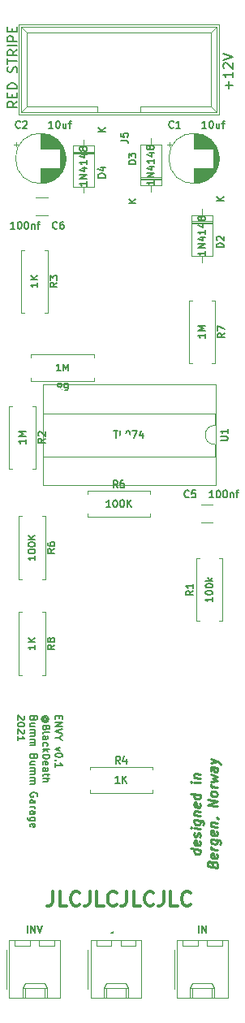
<source format=gbr>
%TF.GenerationSoftware,KiCad,Pcbnew,(5.1.12-1-10_14)*%
%TF.CreationDate,2021-12-12T17:04:58+01:00*%
%TF.ProjectId,envy,656e7679-2e6b-4696-9361-645f70636258,rev?*%
%TF.SameCoordinates,Original*%
%TF.FileFunction,Legend,Top*%
%TF.FilePolarity,Positive*%
%FSLAX46Y46*%
G04 Gerber Fmt 4.6, Leading zero omitted, Abs format (unit mm)*
G04 Created by KiCad (PCBNEW (5.1.12-1-10_14)) date 2021-12-12 17:04:58*
%MOMM*%
%LPD*%
G01*
G04 APERTURE LIST*
%ADD10C,0.300000*%
%ADD11C,0.250000*%
%ADD12C,0.187500*%
%ADD13C,0.120000*%
%ADD14C,0.150000*%
%ADD15R,1.600000X1.600000*%
%ADD16O,1.600000X1.600000*%
%ADD17C,1.600000*%
%ADD18R,1.727200X1.727200*%
%ADD19O,1.727200X1.727200*%
%ADD20R,1.800000X1.800000*%
%ADD21C,1.800000*%
%ADD22C,3.240000*%
%ADD23C,3.200000*%
%ADD24O,1.740000X2.200000*%
%ADD25R,1.600000X2.400000*%
%ADD26O,1.600000X2.400000*%
G04 APERTURE END LIST*
D10*
X73171428Y-124878571D02*
X73171428Y-125950000D01*
X73100000Y-126164285D01*
X72957142Y-126307142D01*
X72742857Y-126378571D01*
X72600000Y-126378571D01*
X74600000Y-126378571D02*
X73885714Y-126378571D01*
X73885714Y-124878571D01*
X75957142Y-126235714D02*
X75885714Y-126307142D01*
X75671428Y-126378571D01*
X75528571Y-126378571D01*
X75314285Y-126307142D01*
X75171428Y-126164285D01*
X75100000Y-126021428D01*
X75028571Y-125735714D01*
X75028571Y-125521428D01*
X75100000Y-125235714D01*
X75171428Y-125092857D01*
X75314285Y-124950000D01*
X75528571Y-124878571D01*
X75671428Y-124878571D01*
X75885714Y-124950000D01*
X75957142Y-125021428D01*
X77028571Y-124878571D02*
X77028571Y-125950000D01*
X76957142Y-126164285D01*
X76814285Y-126307142D01*
X76600000Y-126378571D01*
X76457142Y-126378571D01*
X78457142Y-126378571D02*
X77742857Y-126378571D01*
X77742857Y-124878571D01*
X79814285Y-126235714D02*
X79742857Y-126307142D01*
X79528571Y-126378571D01*
X79385714Y-126378571D01*
X79171428Y-126307142D01*
X79028571Y-126164285D01*
X78957142Y-126021428D01*
X78885714Y-125735714D01*
X78885714Y-125521428D01*
X78957142Y-125235714D01*
X79028571Y-125092857D01*
X79171428Y-124950000D01*
X79385714Y-124878571D01*
X79528571Y-124878571D01*
X79742857Y-124950000D01*
X79814285Y-125021428D01*
X80885714Y-124878571D02*
X80885714Y-125950000D01*
X80814285Y-126164285D01*
X80671428Y-126307142D01*
X80457142Y-126378571D01*
X80314285Y-126378571D01*
X82314285Y-126378571D02*
X81600000Y-126378571D01*
X81600000Y-124878571D01*
X83671428Y-126235714D02*
X83600000Y-126307142D01*
X83385714Y-126378571D01*
X83242857Y-126378571D01*
X83028571Y-126307142D01*
X82885714Y-126164285D01*
X82814285Y-126021428D01*
X82742857Y-125735714D01*
X82742857Y-125521428D01*
X82814285Y-125235714D01*
X82885714Y-125092857D01*
X83028571Y-124950000D01*
X83242857Y-124878571D01*
X83385714Y-124878571D01*
X83600000Y-124950000D01*
X83671428Y-125021428D01*
X84742857Y-124878571D02*
X84742857Y-125950000D01*
X84671428Y-126164285D01*
X84528571Y-126307142D01*
X84314285Y-126378571D01*
X84171428Y-126378571D01*
X86171428Y-126378571D02*
X85457142Y-126378571D01*
X85457142Y-124878571D01*
X87528571Y-126235714D02*
X87457142Y-126307142D01*
X87242857Y-126378571D01*
X87100000Y-126378571D01*
X86885714Y-126307142D01*
X86742857Y-126164285D01*
X86671428Y-126021428D01*
X86600000Y-125735714D01*
X86600000Y-125521428D01*
X86671428Y-125235714D01*
X86742857Y-125092857D01*
X86885714Y-124950000D01*
X87100000Y-124878571D01*
X87242857Y-124878571D01*
X87457142Y-124950000D01*
X87528571Y-125021428D01*
D11*
X88577380Y-120522395D02*
X87577380Y-120397395D01*
X88529761Y-120516443D02*
X88577380Y-120617633D01*
X88577380Y-120808110D01*
X88529761Y-120897395D01*
X88482142Y-120939062D01*
X88386904Y-120974776D01*
X88101190Y-120939062D01*
X88005952Y-120879538D01*
X87958333Y-120825967D01*
X87910714Y-120724776D01*
X87910714Y-120534300D01*
X87958333Y-120445014D01*
X88529761Y-119659300D02*
X88577380Y-119760491D01*
X88577380Y-119950967D01*
X88529761Y-120040252D01*
X88434523Y-120075967D01*
X88053571Y-120028348D01*
X87958333Y-119968824D01*
X87910714Y-119867633D01*
X87910714Y-119677157D01*
X87958333Y-119587872D01*
X88053571Y-119552157D01*
X88148809Y-119564062D01*
X88244047Y-120052157D01*
X88529761Y-119230729D02*
X88577380Y-119141443D01*
X88577380Y-118950967D01*
X88529761Y-118849776D01*
X88434523Y-118790252D01*
X88386904Y-118784300D01*
X88291666Y-118820014D01*
X88244047Y-118909300D01*
X88244047Y-119052157D01*
X88196428Y-119141443D01*
X88101190Y-119177157D01*
X88053571Y-119171205D01*
X87958333Y-119111681D01*
X87910714Y-119010491D01*
X87910714Y-118867633D01*
X87958333Y-118778348D01*
X88577380Y-118379538D02*
X87910714Y-118296205D01*
X87577380Y-118254538D02*
X87625000Y-118308110D01*
X87672619Y-118266443D01*
X87625000Y-118212872D01*
X87577380Y-118254538D01*
X87672619Y-118266443D01*
X87910714Y-117391443D02*
X88720238Y-117492633D01*
X88815476Y-117552157D01*
X88863095Y-117605729D01*
X88910714Y-117706919D01*
X88910714Y-117849776D01*
X88863095Y-117939062D01*
X88529761Y-117468824D02*
X88577380Y-117570014D01*
X88577380Y-117760491D01*
X88529761Y-117849776D01*
X88482142Y-117891443D01*
X88386904Y-117927157D01*
X88101190Y-117891443D01*
X88005952Y-117831919D01*
X87958333Y-117778348D01*
X87910714Y-117677157D01*
X87910714Y-117486681D01*
X87958333Y-117397395D01*
X87910714Y-116915252D02*
X88577380Y-116998586D01*
X88005952Y-116927157D02*
X87958333Y-116873586D01*
X87910714Y-116772395D01*
X87910714Y-116629538D01*
X87958333Y-116540252D01*
X88053571Y-116504538D01*
X88577380Y-116570014D01*
X88529761Y-115706919D02*
X88577380Y-115808110D01*
X88577380Y-115998586D01*
X88529761Y-116087872D01*
X88434523Y-116123586D01*
X88053571Y-116075967D01*
X87958333Y-116016443D01*
X87910714Y-115915252D01*
X87910714Y-115724776D01*
X87958333Y-115635491D01*
X88053571Y-115599776D01*
X88148809Y-115611681D01*
X88244047Y-116099776D01*
X88577380Y-114808110D02*
X87577380Y-114683110D01*
X88529761Y-114802157D02*
X88577380Y-114903348D01*
X88577380Y-115093824D01*
X88529761Y-115183110D01*
X88482142Y-115224776D01*
X88386904Y-115260491D01*
X88101190Y-115224776D01*
X88005952Y-115165252D01*
X87958333Y-115111681D01*
X87910714Y-115010491D01*
X87910714Y-114820014D01*
X87958333Y-114730729D01*
X88577380Y-113570014D02*
X87910714Y-113486681D01*
X87577380Y-113445014D02*
X87625000Y-113498586D01*
X87672619Y-113456919D01*
X87625000Y-113403348D01*
X87577380Y-113445014D01*
X87672619Y-113456919D01*
X87910714Y-113010491D02*
X88577380Y-113093824D01*
X88005952Y-113022395D02*
X87958333Y-112968824D01*
X87910714Y-112867633D01*
X87910714Y-112724776D01*
X87958333Y-112635491D01*
X88053571Y-112599776D01*
X88577380Y-112665252D01*
X89803571Y-122004538D02*
X89851190Y-121867633D01*
X89898809Y-121825967D01*
X89994047Y-121790252D01*
X90136904Y-121808110D01*
X90232142Y-121867633D01*
X90279761Y-121921205D01*
X90327380Y-122022395D01*
X90327380Y-122403348D01*
X89327380Y-122278348D01*
X89327380Y-121945014D01*
X89375000Y-121855729D01*
X89422619Y-121814062D01*
X89517857Y-121778348D01*
X89613095Y-121790252D01*
X89708333Y-121849776D01*
X89755952Y-121903348D01*
X89803571Y-122004538D01*
X89803571Y-122337872D01*
X90279761Y-121016443D02*
X90327380Y-121117633D01*
X90327380Y-121308110D01*
X90279761Y-121397395D01*
X90184523Y-121433110D01*
X89803571Y-121385491D01*
X89708333Y-121325967D01*
X89660714Y-121224776D01*
X89660714Y-121034300D01*
X89708333Y-120945014D01*
X89803571Y-120909300D01*
X89898809Y-120921205D01*
X89994047Y-121409300D01*
X90327380Y-120546205D02*
X89660714Y-120462872D01*
X89851190Y-120486681D02*
X89755952Y-120427157D01*
X89708333Y-120373586D01*
X89660714Y-120272395D01*
X89660714Y-120177157D01*
X89660714Y-119415252D02*
X90470238Y-119516443D01*
X90565476Y-119575967D01*
X90613095Y-119629538D01*
X90660714Y-119730729D01*
X90660714Y-119873586D01*
X90613095Y-119962872D01*
X90279761Y-119492633D02*
X90327380Y-119593824D01*
X90327380Y-119784300D01*
X90279761Y-119873586D01*
X90232142Y-119915252D01*
X90136904Y-119950967D01*
X89851190Y-119915252D01*
X89755952Y-119855729D01*
X89708333Y-119802157D01*
X89660714Y-119700967D01*
X89660714Y-119510491D01*
X89708333Y-119421205D01*
X90279761Y-118635491D02*
X90327380Y-118736681D01*
X90327380Y-118927157D01*
X90279761Y-119016443D01*
X90184523Y-119052157D01*
X89803571Y-119004538D01*
X89708333Y-118945014D01*
X89660714Y-118843824D01*
X89660714Y-118653348D01*
X89708333Y-118564062D01*
X89803571Y-118528348D01*
X89898809Y-118540252D01*
X89994047Y-119028348D01*
X89660714Y-118081919D02*
X90327380Y-118165252D01*
X89755952Y-118093824D02*
X89708333Y-118040252D01*
X89660714Y-117939062D01*
X89660714Y-117796205D01*
X89708333Y-117706919D01*
X89803571Y-117671205D01*
X90327380Y-117736681D01*
X90279761Y-117206919D02*
X90327380Y-117212872D01*
X90422619Y-117272395D01*
X90470238Y-117325967D01*
X90327380Y-116022395D02*
X89327380Y-115897395D01*
X90327380Y-115450967D01*
X89327380Y-115325967D01*
X90327380Y-114831919D02*
X90279761Y-114921205D01*
X90232142Y-114962872D01*
X90136904Y-114998586D01*
X89851190Y-114962872D01*
X89755952Y-114903348D01*
X89708333Y-114849776D01*
X89660714Y-114748586D01*
X89660714Y-114605729D01*
X89708333Y-114516443D01*
X89755952Y-114474776D01*
X89851190Y-114439062D01*
X90136904Y-114474776D01*
X90232142Y-114534300D01*
X90279761Y-114587872D01*
X90327380Y-114689062D01*
X90327380Y-114831919D01*
X90327380Y-114070014D02*
X89660714Y-113986681D01*
X89851190Y-114010491D02*
X89755952Y-113950967D01*
X89708333Y-113897395D01*
X89660714Y-113796205D01*
X89660714Y-113700967D01*
X89660714Y-113462872D02*
X90327380Y-113355729D01*
X89851190Y-113105729D01*
X90327380Y-112974776D01*
X89660714Y-112700967D01*
X90327380Y-111974776D02*
X89803571Y-111909300D01*
X89708333Y-111945014D01*
X89660714Y-112034300D01*
X89660714Y-112224776D01*
X89708333Y-112325967D01*
X90279761Y-111968824D02*
X90327380Y-112070014D01*
X90327380Y-112308110D01*
X90279761Y-112397395D01*
X90184523Y-112433110D01*
X90089285Y-112421205D01*
X89994047Y-112361681D01*
X89946428Y-112260491D01*
X89946428Y-112022395D01*
X89898809Y-111921205D01*
X89660714Y-111510491D02*
X90327380Y-111355729D01*
X89660714Y-111034300D02*
X90327380Y-111355729D01*
X90565476Y-111480729D01*
X90613095Y-111534300D01*
X90660714Y-111635491D01*
D12*
X73822321Y-106600446D02*
X73822321Y-106850446D01*
X73429464Y-106957589D02*
X73429464Y-106600446D01*
X74179464Y-106600446D01*
X74179464Y-106957589D01*
X73429464Y-107279017D02*
X74179464Y-107279017D01*
X73429464Y-107707589D01*
X74179464Y-107707589D01*
X74179464Y-107957589D02*
X73429464Y-108207589D01*
X74179464Y-108457589D01*
X73786607Y-108850446D02*
X73429464Y-108850446D01*
X74179464Y-108600446D02*
X73786607Y-108850446D01*
X74179464Y-109100446D01*
X73929464Y-109850446D02*
X73429464Y-110029017D01*
X73929464Y-110207589D01*
X74179464Y-110636160D02*
X74179464Y-110707589D01*
X74143750Y-110779017D01*
X74108035Y-110814732D01*
X74036607Y-110850446D01*
X73893750Y-110886160D01*
X73715178Y-110886160D01*
X73572321Y-110850446D01*
X73500892Y-110814732D01*
X73465178Y-110779017D01*
X73429464Y-110707589D01*
X73429464Y-110636160D01*
X73465178Y-110564732D01*
X73500892Y-110529017D01*
X73572321Y-110493303D01*
X73715178Y-110457589D01*
X73893750Y-110457589D01*
X74036607Y-110493303D01*
X74108035Y-110529017D01*
X74143750Y-110564732D01*
X74179464Y-110636160D01*
X73500892Y-111207589D02*
X73465178Y-111243303D01*
X73429464Y-111207589D01*
X73465178Y-111171875D01*
X73500892Y-111207589D01*
X73429464Y-111207589D01*
X73429464Y-111957589D02*
X73429464Y-111529017D01*
X73429464Y-111743303D02*
X74179464Y-111743303D01*
X74072321Y-111671875D01*
X74000892Y-111600446D01*
X73965178Y-111529017D01*
X72474107Y-107064732D02*
X72509821Y-107029017D01*
X72545535Y-106957589D01*
X72545535Y-106886160D01*
X72509821Y-106814732D01*
X72474107Y-106779017D01*
X72402678Y-106743303D01*
X72331250Y-106743303D01*
X72259821Y-106779017D01*
X72224107Y-106814732D01*
X72188392Y-106886160D01*
X72188392Y-106957589D01*
X72224107Y-107029017D01*
X72259821Y-107064732D01*
X72545535Y-107064732D02*
X72259821Y-107064732D01*
X72224107Y-107100446D01*
X72224107Y-107136160D01*
X72259821Y-107207589D01*
X72331250Y-107243303D01*
X72509821Y-107243303D01*
X72616964Y-107171875D01*
X72688392Y-107064732D01*
X72724107Y-106921875D01*
X72688392Y-106779017D01*
X72616964Y-106671875D01*
X72509821Y-106600446D01*
X72366964Y-106564732D01*
X72224107Y-106600446D01*
X72116964Y-106671875D01*
X72045535Y-106779017D01*
X72009821Y-106921875D01*
X72045535Y-107064732D01*
X72116964Y-107171875D01*
X72509821Y-107814732D02*
X72474107Y-107921875D01*
X72438392Y-107957589D01*
X72366964Y-107993303D01*
X72259821Y-107993303D01*
X72188392Y-107957589D01*
X72152678Y-107921875D01*
X72116964Y-107850446D01*
X72116964Y-107564732D01*
X72866964Y-107564732D01*
X72866964Y-107814732D01*
X72831250Y-107886160D01*
X72795535Y-107921875D01*
X72724107Y-107957589D01*
X72652678Y-107957589D01*
X72581250Y-107921875D01*
X72545535Y-107886160D01*
X72509821Y-107814732D01*
X72509821Y-107564732D01*
X72116964Y-108421875D02*
X72152678Y-108350446D01*
X72224107Y-108314732D01*
X72866964Y-108314732D01*
X72116964Y-109029017D02*
X72509821Y-109029017D01*
X72581250Y-108993303D01*
X72616964Y-108921875D01*
X72616964Y-108779017D01*
X72581250Y-108707589D01*
X72152678Y-109029017D02*
X72116964Y-108957589D01*
X72116964Y-108779017D01*
X72152678Y-108707589D01*
X72224107Y-108671875D01*
X72295535Y-108671875D01*
X72366964Y-108707589D01*
X72402678Y-108779017D01*
X72402678Y-108957589D01*
X72438392Y-109029017D01*
X72152678Y-109707589D02*
X72116964Y-109636160D01*
X72116964Y-109493303D01*
X72152678Y-109421875D01*
X72188392Y-109386160D01*
X72259821Y-109350446D01*
X72474107Y-109350446D01*
X72545535Y-109386160D01*
X72581250Y-109421875D01*
X72616964Y-109493303D01*
X72616964Y-109636160D01*
X72581250Y-109707589D01*
X72116964Y-110029017D02*
X72866964Y-110029017D01*
X72402678Y-110100446D02*
X72116964Y-110314732D01*
X72616964Y-110314732D02*
X72331250Y-110029017D01*
X72116964Y-110636160D02*
X72866964Y-110636160D01*
X72866964Y-110814732D01*
X72831250Y-110921875D01*
X72759821Y-110993303D01*
X72688392Y-111029017D01*
X72545535Y-111064732D01*
X72438392Y-111064732D01*
X72295535Y-111029017D01*
X72224107Y-110993303D01*
X72152678Y-110921875D01*
X72116964Y-110814732D01*
X72116964Y-110636160D01*
X72152678Y-111671875D02*
X72116964Y-111600446D01*
X72116964Y-111457589D01*
X72152678Y-111386160D01*
X72224107Y-111350446D01*
X72509821Y-111350446D01*
X72581250Y-111386160D01*
X72616964Y-111457589D01*
X72616964Y-111600446D01*
X72581250Y-111671875D01*
X72509821Y-111707589D01*
X72438392Y-111707589D01*
X72366964Y-111350446D01*
X72116964Y-112350446D02*
X72509821Y-112350446D01*
X72581250Y-112314732D01*
X72616964Y-112243303D01*
X72616964Y-112100446D01*
X72581250Y-112029017D01*
X72152678Y-112350446D02*
X72116964Y-112279017D01*
X72116964Y-112100446D01*
X72152678Y-112029017D01*
X72224107Y-111993303D01*
X72295535Y-111993303D01*
X72366964Y-112029017D01*
X72402678Y-112100446D01*
X72402678Y-112279017D01*
X72438392Y-112350446D01*
X72616964Y-112600446D02*
X72616964Y-112886160D01*
X72866964Y-112707589D02*
X72224107Y-112707589D01*
X72152678Y-112743303D01*
X72116964Y-112814732D01*
X72116964Y-112886160D01*
X72116964Y-113136160D02*
X72866964Y-113136160D01*
X72116964Y-113457589D02*
X72509821Y-113457589D01*
X72581250Y-113421875D01*
X72616964Y-113350446D01*
X72616964Y-113243303D01*
X72581250Y-113171875D01*
X72545535Y-113136160D01*
X71197321Y-106850446D02*
X71161607Y-106957589D01*
X71125892Y-106993303D01*
X71054464Y-107029017D01*
X70947321Y-107029017D01*
X70875892Y-106993303D01*
X70840178Y-106957589D01*
X70804464Y-106886160D01*
X70804464Y-106600446D01*
X71554464Y-106600446D01*
X71554464Y-106850446D01*
X71518750Y-106921875D01*
X71483035Y-106957589D01*
X71411607Y-106993303D01*
X71340178Y-106993303D01*
X71268750Y-106957589D01*
X71233035Y-106921875D01*
X71197321Y-106850446D01*
X71197321Y-106600446D01*
X71304464Y-107671875D02*
X70804464Y-107671875D01*
X71304464Y-107350446D02*
X70911607Y-107350446D01*
X70840178Y-107386160D01*
X70804464Y-107457589D01*
X70804464Y-107564732D01*
X70840178Y-107636160D01*
X70875892Y-107671875D01*
X70804464Y-108029017D02*
X71304464Y-108029017D01*
X71233035Y-108029017D02*
X71268750Y-108064732D01*
X71304464Y-108136160D01*
X71304464Y-108243303D01*
X71268750Y-108314732D01*
X71197321Y-108350446D01*
X70804464Y-108350446D01*
X71197321Y-108350446D02*
X71268750Y-108386160D01*
X71304464Y-108457589D01*
X71304464Y-108564732D01*
X71268750Y-108636160D01*
X71197321Y-108671875D01*
X70804464Y-108671875D01*
X70804464Y-109029017D02*
X71304464Y-109029017D01*
X71233035Y-109029017D02*
X71268750Y-109064732D01*
X71304464Y-109136160D01*
X71304464Y-109243303D01*
X71268750Y-109314732D01*
X71197321Y-109350446D01*
X70804464Y-109350446D01*
X71197321Y-109350446D02*
X71268750Y-109386160D01*
X71304464Y-109457589D01*
X71304464Y-109564732D01*
X71268750Y-109636160D01*
X71197321Y-109671875D01*
X70804464Y-109671875D01*
X71197321Y-110850446D02*
X71161607Y-110957589D01*
X71125892Y-110993303D01*
X71054464Y-111029017D01*
X70947321Y-111029017D01*
X70875892Y-110993303D01*
X70840178Y-110957589D01*
X70804464Y-110886160D01*
X70804464Y-110600446D01*
X71554464Y-110600446D01*
X71554464Y-110850446D01*
X71518750Y-110921875D01*
X71483035Y-110957589D01*
X71411607Y-110993303D01*
X71340178Y-110993303D01*
X71268750Y-110957589D01*
X71233035Y-110921875D01*
X71197321Y-110850446D01*
X71197321Y-110600446D01*
X71304464Y-111671875D02*
X70804464Y-111671875D01*
X71304464Y-111350446D02*
X70911607Y-111350446D01*
X70840178Y-111386160D01*
X70804464Y-111457589D01*
X70804464Y-111564732D01*
X70840178Y-111636160D01*
X70875892Y-111671875D01*
X70804464Y-112029017D02*
X71304464Y-112029017D01*
X71233035Y-112029017D02*
X71268750Y-112064732D01*
X71304464Y-112136160D01*
X71304464Y-112243303D01*
X71268750Y-112314732D01*
X71197321Y-112350446D01*
X70804464Y-112350446D01*
X71197321Y-112350446D02*
X71268750Y-112386160D01*
X71304464Y-112457589D01*
X71304464Y-112564732D01*
X71268750Y-112636160D01*
X71197321Y-112671875D01*
X70804464Y-112671875D01*
X70804464Y-113029017D02*
X71304464Y-113029017D01*
X71233035Y-113029017D02*
X71268750Y-113064732D01*
X71304464Y-113136160D01*
X71304464Y-113243303D01*
X71268750Y-113314732D01*
X71197321Y-113350446D01*
X70804464Y-113350446D01*
X71197321Y-113350446D02*
X71268750Y-113386160D01*
X71304464Y-113457589D01*
X71304464Y-113564732D01*
X71268750Y-113636160D01*
X71197321Y-113671875D01*
X70804464Y-113671875D01*
X71518750Y-114993303D02*
X71554464Y-114921875D01*
X71554464Y-114814732D01*
X71518750Y-114707589D01*
X71447321Y-114636160D01*
X71375892Y-114600446D01*
X71233035Y-114564732D01*
X71125892Y-114564732D01*
X70983035Y-114600446D01*
X70911607Y-114636160D01*
X70840178Y-114707589D01*
X70804464Y-114814732D01*
X70804464Y-114886160D01*
X70840178Y-114993303D01*
X70875892Y-115029017D01*
X71125892Y-115029017D01*
X71125892Y-114886160D01*
X70804464Y-115671875D02*
X71197321Y-115671875D01*
X71268750Y-115636160D01*
X71304464Y-115564732D01*
X71304464Y-115421875D01*
X71268750Y-115350446D01*
X70840178Y-115671875D02*
X70804464Y-115600446D01*
X70804464Y-115421875D01*
X70840178Y-115350446D01*
X70911607Y-115314732D01*
X70983035Y-115314732D01*
X71054464Y-115350446D01*
X71090178Y-115421875D01*
X71090178Y-115600446D01*
X71125892Y-115671875D01*
X70804464Y-116029017D02*
X71304464Y-116029017D01*
X71161607Y-116029017D02*
X71233035Y-116064732D01*
X71268750Y-116100446D01*
X71304464Y-116171875D01*
X71304464Y-116243303D01*
X70804464Y-116814732D02*
X71197321Y-116814732D01*
X71268750Y-116779017D01*
X71304464Y-116707589D01*
X71304464Y-116564732D01*
X71268750Y-116493303D01*
X70840178Y-116814732D02*
X70804464Y-116743303D01*
X70804464Y-116564732D01*
X70840178Y-116493303D01*
X70911607Y-116457589D01*
X70983035Y-116457589D01*
X71054464Y-116493303D01*
X71090178Y-116564732D01*
X71090178Y-116743303D01*
X71125892Y-116814732D01*
X71304464Y-117493303D02*
X70697321Y-117493303D01*
X70625892Y-117457589D01*
X70590178Y-117421875D01*
X70554464Y-117350446D01*
X70554464Y-117243303D01*
X70590178Y-117171875D01*
X70840178Y-117493303D02*
X70804464Y-117421875D01*
X70804464Y-117279017D01*
X70840178Y-117207589D01*
X70875892Y-117171875D01*
X70947321Y-117136160D01*
X71161607Y-117136160D01*
X71233035Y-117171875D01*
X71268750Y-117207589D01*
X71304464Y-117279017D01*
X71304464Y-117421875D01*
X71268750Y-117493303D01*
X70840178Y-118136160D02*
X70804464Y-118064732D01*
X70804464Y-117921875D01*
X70840178Y-117850446D01*
X70911607Y-117814732D01*
X71197321Y-117814732D01*
X71268750Y-117850446D01*
X71304464Y-117921875D01*
X71304464Y-118064732D01*
X71268750Y-118136160D01*
X71197321Y-118171875D01*
X71125892Y-118171875D01*
X71054464Y-117814732D01*
X70170535Y-106564732D02*
X70206250Y-106600446D01*
X70241964Y-106671875D01*
X70241964Y-106850446D01*
X70206250Y-106921875D01*
X70170535Y-106957589D01*
X70099107Y-106993303D01*
X70027678Y-106993303D01*
X69920535Y-106957589D01*
X69491964Y-106529017D01*
X69491964Y-106993303D01*
X70241964Y-107457589D02*
X70241964Y-107529017D01*
X70206250Y-107600446D01*
X70170535Y-107636160D01*
X70099107Y-107671875D01*
X69956250Y-107707589D01*
X69777678Y-107707589D01*
X69634821Y-107671875D01*
X69563392Y-107636160D01*
X69527678Y-107600446D01*
X69491964Y-107529017D01*
X69491964Y-107457589D01*
X69527678Y-107386160D01*
X69563392Y-107350446D01*
X69634821Y-107314732D01*
X69777678Y-107279017D01*
X69956250Y-107279017D01*
X70099107Y-107314732D01*
X70170535Y-107350446D01*
X70206250Y-107386160D01*
X70241964Y-107457589D01*
X70170535Y-107993303D02*
X70206250Y-108029017D01*
X70241964Y-108100446D01*
X70241964Y-108279017D01*
X70206250Y-108350446D01*
X70170535Y-108386160D01*
X70099107Y-108421875D01*
X70027678Y-108421875D01*
X69920535Y-108386160D01*
X69491964Y-107957589D01*
X69491964Y-108421875D01*
X69491964Y-109136160D02*
X69491964Y-108707589D01*
X69491964Y-108921875D02*
X70241964Y-108921875D01*
X70134821Y-108850446D01*
X70063392Y-108779017D01*
X70027678Y-108707589D01*
D13*
%TO.C,D4*%
X77520000Y-47190000D02*
X75280000Y-47190000D01*
X75280000Y-47190000D02*
X75280000Y-51430000D01*
X75280000Y-51430000D02*
X77520000Y-51430000D01*
X77520000Y-51430000D02*
X77520000Y-47190000D01*
X76400000Y-46540000D02*
X76400000Y-47190000D01*
X76400000Y-52080000D02*
X76400000Y-51430000D01*
X77520000Y-47910000D02*
X75280000Y-47910000D01*
X77520000Y-48030000D02*
X75280000Y-48030000D01*
X77520000Y-47790000D02*
X75280000Y-47790000D01*
%TO.C,D3*%
X82280000Y-50710000D02*
X84520000Y-50710000D01*
X82280000Y-50470000D02*
X84520000Y-50470000D01*
X82280000Y-50590000D02*
X84520000Y-50590000D01*
X83400000Y-46420000D02*
X83400000Y-47070000D01*
X83400000Y-51960000D02*
X83400000Y-51310000D01*
X82280000Y-47070000D02*
X82280000Y-51310000D01*
X84520000Y-47070000D02*
X82280000Y-47070000D01*
X84520000Y-51310000D02*
X84520000Y-47070000D01*
X82280000Y-51310000D02*
X84520000Y-51310000D01*
%TO.C,C2*%
X69345225Y-46775000D02*
X69345225Y-47275000D01*
X69095225Y-47025000D02*
X69595225Y-47025000D01*
X74501000Y-48216000D02*
X74501000Y-48784000D01*
X74461000Y-47982000D02*
X74461000Y-49018000D01*
X74421000Y-47823000D02*
X74421000Y-49177000D01*
X74381000Y-47695000D02*
X74381000Y-49305000D01*
X74341000Y-47585000D02*
X74341000Y-49415000D01*
X74301000Y-47489000D02*
X74301000Y-49511000D01*
X74261000Y-47402000D02*
X74261000Y-49598000D01*
X74221000Y-47322000D02*
X74221000Y-49678000D01*
X74181000Y-47249000D02*
X74181000Y-49751000D01*
X74141000Y-47181000D02*
X74141000Y-49819000D01*
X74101000Y-47117000D02*
X74101000Y-49883000D01*
X74061000Y-47057000D02*
X74061000Y-49943000D01*
X74021000Y-47000000D02*
X74021000Y-50000000D01*
X73981000Y-46946000D02*
X73981000Y-50054000D01*
X73941000Y-46895000D02*
X73941000Y-50105000D01*
X73901000Y-49540000D02*
X73901000Y-50153000D01*
X73901000Y-46847000D02*
X73901000Y-47460000D01*
X73861000Y-49540000D02*
X73861000Y-50199000D01*
X73861000Y-46801000D02*
X73861000Y-47460000D01*
X73821000Y-49540000D02*
X73821000Y-50243000D01*
X73821000Y-46757000D02*
X73821000Y-47460000D01*
X73781000Y-49540000D02*
X73781000Y-50285000D01*
X73781000Y-46715000D02*
X73781000Y-47460000D01*
X73741000Y-49540000D02*
X73741000Y-50326000D01*
X73741000Y-46674000D02*
X73741000Y-47460000D01*
X73701000Y-49540000D02*
X73701000Y-50364000D01*
X73701000Y-46636000D02*
X73701000Y-47460000D01*
X73661000Y-49540000D02*
X73661000Y-50401000D01*
X73661000Y-46599000D02*
X73661000Y-47460000D01*
X73621000Y-49540000D02*
X73621000Y-50437000D01*
X73621000Y-46563000D02*
X73621000Y-47460000D01*
X73581000Y-49540000D02*
X73581000Y-50471000D01*
X73581000Y-46529000D02*
X73581000Y-47460000D01*
X73541000Y-49540000D02*
X73541000Y-50504000D01*
X73541000Y-46496000D02*
X73541000Y-47460000D01*
X73501000Y-49540000D02*
X73501000Y-50535000D01*
X73501000Y-46465000D02*
X73501000Y-47460000D01*
X73461000Y-49540000D02*
X73461000Y-50565000D01*
X73461000Y-46435000D02*
X73461000Y-47460000D01*
X73421000Y-49540000D02*
X73421000Y-50595000D01*
X73421000Y-46405000D02*
X73421000Y-47460000D01*
X73381000Y-49540000D02*
X73381000Y-50622000D01*
X73381000Y-46378000D02*
X73381000Y-47460000D01*
X73341000Y-49540000D02*
X73341000Y-50649000D01*
X73341000Y-46351000D02*
X73341000Y-47460000D01*
X73301000Y-49540000D02*
X73301000Y-50675000D01*
X73301000Y-46325000D02*
X73301000Y-47460000D01*
X73261000Y-49540000D02*
X73261000Y-50700000D01*
X73261000Y-46300000D02*
X73261000Y-47460000D01*
X73221000Y-49540000D02*
X73221000Y-50724000D01*
X73221000Y-46276000D02*
X73221000Y-47460000D01*
X73181000Y-49540000D02*
X73181000Y-50747000D01*
X73181000Y-46253000D02*
X73181000Y-47460000D01*
X73141000Y-49540000D02*
X73141000Y-50768000D01*
X73141000Y-46232000D02*
X73141000Y-47460000D01*
X73101000Y-49540000D02*
X73101000Y-50790000D01*
X73101000Y-46210000D02*
X73101000Y-47460000D01*
X73061000Y-49540000D02*
X73061000Y-50810000D01*
X73061000Y-46190000D02*
X73061000Y-47460000D01*
X73021000Y-49540000D02*
X73021000Y-50829000D01*
X73021000Y-46171000D02*
X73021000Y-47460000D01*
X72981000Y-49540000D02*
X72981000Y-50848000D01*
X72981000Y-46152000D02*
X72981000Y-47460000D01*
X72941000Y-49540000D02*
X72941000Y-50865000D01*
X72941000Y-46135000D02*
X72941000Y-47460000D01*
X72901000Y-49540000D02*
X72901000Y-50882000D01*
X72901000Y-46118000D02*
X72901000Y-47460000D01*
X72861000Y-49540000D02*
X72861000Y-50898000D01*
X72861000Y-46102000D02*
X72861000Y-47460000D01*
X72821000Y-49540000D02*
X72821000Y-50914000D01*
X72821000Y-46086000D02*
X72821000Y-47460000D01*
X72781000Y-49540000D02*
X72781000Y-50928000D01*
X72781000Y-46072000D02*
X72781000Y-47460000D01*
X72741000Y-49540000D02*
X72741000Y-50942000D01*
X72741000Y-46058000D02*
X72741000Y-47460000D01*
X72701000Y-49540000D02*
X72701000Y-50955000D01*
X72701000Y-46045000D02*
X72701000Y-47460000D01*
X72661000Y-49540000D02*
X72661000Y-50968000D01*
X72661000Y-46032000D02*
X72661000Y-47460000D01*
X72621000Y-49540000D02*
X72621000Y-50980000D01*
X72621000Y-46020000D02*
X72621000Y-47460000D01*
X72580000Y-49540000D02*
X72580000Y-50991000D01*
X72580000Y-46009000D02*
X72580000Y-47460000D01*
X72540000Y-49540000D02*
X72540000Y-51001000D01*
X72540000Y-45999000D02*
X72540000Y-47460000D01*
X72500000Y-49540000D02*
X72500000Y-51011000D01*
X72500000Y-45989000D02*
X72500000Y-47460000D01*
X72460000Y-49540000D02*
X72460000Y-51020000D01*
X72460000Y-45980000D02*
X72460000Y-47460000D01*
X72420000Y-49540000D02*
X72420000Y-51028000D01*
X72420000Y-45972000D02*
X72420000Y-47460000D01*
X72380000Y-49540000D02*
X72380000Y-51036000D01*
X72380000Y-45964000D02*
X72380000Y-47460000D01*
X72340000Y-49540000D02*
X72340000Y-51043000D01*
X72340000Y-45957000D02*
X72340000Y-47460000D01*
X72300000Y-49540000D02*
X72300000Y-51050000D01*
X72300000Y-45950000D02*
X72300000Y-47460000D01*
X72260000Y-49540000D02*
X72260000Y-51056000D01*
X72260000Y-45944000D02*
X72260000Y-47460000D01*
X72220000Y-49540000D02*
X72220000Y-51061000D01*
X72220000Y-45939000D02*
X72220000Y-47460000D01*
X72180000Y-49540000D02*
X72180000Y-51065000D01*
X72180000Y-45935000D02*
X72180000Y-47460000D01*
X72140000Y-49540000D02*
X72140000Y-51069000D01*
X72140000Y-45931000D02*
X72140000Y-47460000D01*
X72100000Y-49540000D02*
X72100000Y-51073000D01*
X72100000Y-45927000D02*
X72100000Y-47460000D01*
X72060000Y-49540000D02*
X72060000Y-51076000D01*
X72060000Y-45924000D02*
X72060000Y-47460000D01*
X72020000Y-49540000D02*
X72020000Y-51078000D01*
X72020000Y-45922000D02*
X72020000Y-47460000D01*
X71980000Y-49540000D02*
X71980000Y-51079000D01*
X71980000Y-45921000D02*
X71980000Y-47460000D01*
X71940000Y-45920000D02*
X71940000Y-47460000D01*
X71940000Y-49540000D02*
X71940000Y-51080000D01*
X71900000Y-45920000D02*
X71900000Y-47460000D01*
X71900000Y-49540000D02*
X71900000Y-51080000D01*
X74520000Y-48500000D02*
G75*
G03*
X74520000Y-48500000I-2620000J0D01*
G01*
%TO.C,C1*%
X90520000Y-48500000D02*
G75*
G03*
X90520000Y-48500000I-2620000J0D01*
G01*
X87900000Y-49540000D02*
X87900000Y-51080000D01*
X87900000Y-45920000D02*
X87900000Y-47460000D01*
X87940000Y-49540000D02*
X87940000Y-51080000D01*
X87940000Y-45920000D02*
X87940000Y-47460000D01*
X87980000Y-45921000D02*
X87980000Y-47460000D01*
X87980000Y-49540000D02*
X87980000Y-51079000D01*
X88020000Y-45922000D02*
X88020000Y-47460000D01*
X88020000Y-49540000D02*
X88020000Y-51078000D01*
X88060000Y-45924000D02*
X88060000Y-47460000D01*
X88060000Y-49540000D02*
X88060000Y-51076000D01*
X88100000Y-45927000D02*
X88100000Y-47460000D01*
X88100000Y-49540000D02*
X88100000Y-51073000D01*
X88140000Y-45931000D02*
X88140000Y-47460000D01*
X88140000Y-49540000D02*
X88140000Y-51069000D01*
X88180000Y-45935000D02*
X88180000Y-47460000D01*
X88180000Y-49540000D02*
X88180000Y-51065000D01*
X88220000Y-45939000D02*
X88220000Y-47460000D01*
X88220000Y-49540000D02*
X88220000Y-51061000D01*
X88260000Y-45944000D02*
X88260000Y-47460000D01*
X88260000Y-49540000D02*
X88260000Y-51056000D01*
X88300000Y-45950000D02*
X88300000Y-47460000D01*
X88300000Y-49540000D02*
X88300000Y-51050000D01*
X88340000Y-45957000D02*
X88340000Y-47460000D01*
X88340000Y-49540000D02*
X88340000Y-51043000D01*
X88380000Y-45964000D02*
X88380000Y-47460000D01*
X88380000Y-49540000D02*
X88380000Y-51036000D01*
X88420000Y-45972000D02*
X88420000Y-47460000D01*
X88420000Y-49540000D02*
X88420000Y-51028000D01*
X88460000Y-45980000D02*
X88460000Y-47460000D01*
X88460000Y-49540000D02*
X88460000Y-51020000D01*
X88500000Y-45989000D02*
X88500000Y-47460000D01*
X88500000Y-49540000D02*
X88500000Y-51011000D01*
X88540000Y-45999000D02*
X88540000Y-47460000D01*
X88540000Y-49540000D02*
X88540000Y-51001000D01*
X88580000Y-46009000D02*
X88580000Y-47460000D01*
X88580000Y-49540000D02*
X88580000Y-50991000D01*
X88621000Y-46020000D02*
X88621000Y-47460000D01*
X88621000Y-49540000D02*
X88621000Y-50980000D01*
X88661000Y-46032000D02*
X88661000Y-47460000D01*
X88661000Y-49540000D02*
X88661000Y-50968000D01*
X88701000Y-46045000D02*
X88701000Y-47460000D01*
X88701000Y-49540000D02*
X88701000Y-50955000D01*
X88741000Y-46058000D02*
X88741000Y-47460000D01*
X88741000Y-49540000D02*
X88741000Y-50942000D01*
X88781000Y-46072000D02*
X88781000Y-47460000D01*
X88781000Y-49540000D02*
X88781000Y-50928000D01*
X88821000Y-46086000D02*
X88821000Y-47460000D01*
X88821000Y-49540000D02*
X88821000Y-50914000D01*
X88861000Y-46102000D02*
X88861000Y-47460000D01*
X88861000Y-49540000D02*
X88861000Y-50898000D01*
X88901000Y-46118000D02*
X88901000Y-47460000D01*
X88901000Y-49540000D02*
X88901000Y-50882000D01*
X88941000Y-46135000D02*
X88941000Y-47460000D01*
X88941000Y-49540000D02*
X88941000Y-50865000D01*
X88981000Y-46152000D02*
X88981000Y-47460000D01*
X88981000Y-49540000D02*
X88981000Y-50848000D01*
X89021000Y-46171000D02*
X89021000Y-47460000D01*
X89021000Y-49540000D02*
X89021000Y-50829000D01*
X89061000Y-46190000D02*
X89061000Y-47460000D01*
X89061000Y-49540000D02*
X89061000Y-50810000D01*
X89101000Y-46210000D02*
X89101000Y-47460000D01*
X89101000Y-49540000D02*
X89101000Y-50790000D01*
X89141000Y-46232000D02*
X89141000Y-47460000D01*
X89141000Y-49540000D02*
X89141000Y-50768000D01*
X89181000Y-46253000D02*
X89181000Y-47460000D01*
X89181000Y-49540000D02*
X89181000Y-50747000D01*
X89221000Y-46276000D02*
X89221000Y-47460000D01*
X89221000Y-49540000D02*
X89221000Y-50724000D01*
X89261000Y-46300000D02*
X89261000Y-47460000D01*
X89261000Y-49540000D02*
X89261000Y-50700000D01*
X89301000Y-46325000D02*
X89301000Y-47460000D01*
X89301000Y-49540000D02*
X89301000Y-50675000D01*
X89341000Y-46351000D02*
X89341000Y-47460000D01*
X89341000Y-49540000D02*
X89341000Y-50649000D01*
X89381000Y-46378000D02*
X89381000Y-47460000D01*
X89381000Y-49540000D02*
X89381000Y-50622000D01*
X89421000Y-46405000D02*
X89421000Y-47460000D01*
X89421000Y-49540000D02*
X89421000Y-50595000D01*
X89461000Y-46435000D02*
X89461000Y-47460000D01*
X89461000Y-49540000D02*
X89461000Y-50565000D01*
X89501000Y-46465000D02*
X89501000Y-47460000D01*
X89501000Y-49540000D02*
X89501000Y-50535000D01*
X89541000Y-46496000D02*
X89541000Y-47460000D01*
X89541000Y-49540000D02*
X89541000Y-50504000D01*
X89581000Y-46529000D02*
X89581000Y-47460000D01*
X89581000Y-49540000D02*
X89581000Y-50471000D01*
X89621000Y-46563000D02*
X89621000Y-47460000D01*
X89621000Y-49540000D02*
X89621000Y-50437000D01*
X89661000Y-46599000D02*
X89661000Y-47460000D01*
X89661000Y-49540000D02*
X89661000Y-50401000D01*
X89701000Y-46636000D02*
X89701000Y-47460000D01*
X89701000Y-49540000D02*
X89701000Y-50364000D01*
X89741000Y-46674000D02*
X89741000Y-47460000D01*
X89741000Y-49540000D02*
X89741000Y-50326000D01*
X89781000Y-46715000D02*
X89781000Y-47460000D01*
X89781000Y-49540000D02*
X89781000Y-50285000D01*
X89821000Y-46757000D02*
X89821000Y-47460000D01*
X89821000Y-49540000D02*
X89821000Y-50243000D01*
X89861000Y-46801000D02*
X89861000Y-47460000D01*
X89861000Y-49540000D02*
X89861000Y-50199000D01*
X89901000Y-46847000D02*
X89901000Y-47460000D01*
X89901000Y-49540000D02*
X89901000Y-50153000D01*
X89941000Y-46895000D02*
X89941000Y-50105000D01*
X89981000Y-46946000D02*
X89981000Y-50054000D01*
X90021000Y-47000000D02*
X90021000Y-50000000D01*
X90061000Y-47057000D02*
X90061000Y-49943000D01*
X90101000Y-47117000D02*
X90101000Y-49883000D01*
X90141000Y-47181000D02*
X90141000Y-49819000D01*
X90181000Y-47249000D02*
X90181000Y-49751000D01*
X90221000Y-47322000D02*
X90221000Y-49678000D01*
X90261000Y-47402000D02*
X90261000Y-49598000D01*
X90301000Y-47489000D02*
X90301000Y-49511000D01*
X90341000Y-47585000D02*
X90341000Y-49415000D01*
X90381000Y-47695000D02*
X90381000Y-49305000D01*
X90421000Y-47823000D02*
X90421000Y-49177000D01*
X90461000Y-47982000D02*
X90461000Y-49018000D01*
X90501000Y-48216000D02*
X90501000Y-48784000D01*
X85095225Y-47025000D02*
X85595225Y-47025000D01*
X85345225Y-46775000D02*
X85345225Y-47275000D01*
%TO.C,J5*%
X77830000Y-43100000D02*
X70450000Y-43100000D01*
X77830000Y-43600000D02*
X77830000Y-43120000D01*
X82330000Y-43100000D02*
X82330000Y-43610000D01*
X89700000Y-43100000D02*
X82350000Y-43100000D01*
X89700000Y-43100000D02*
X90200000Y-43600000D01*
X89700000Y-35350000D02*
X89700000Y-43100000D01*
X89700000Y-35350000D02*
X90250000Y-34800000D01*
X70450000Y-35350000D02*
X89700000Y-35350000D01*
X70450000Y-35350000D02*
X69900000Y-34800000D01*
X70450000Y-43100000D02*
X70450000Y-35350000D01*
X69900000Y-43650000D02*
X70450000Y-43100000D01*
X90250000Y-43650000D02*
X69900000Y-43650000D01*
X90250000Y-34800000D02*
X90250000Y-43650000D01*
X69900000Y-34800000D02*
X90250000Y-34800000D01*
X69900000Y-43650000D02*
X69900000Y-34800000D01*
X69650000Y-43905000D02*
X69650000Y-34555000D01*
X90510000Y-43905000D02*
X69650000Y-43905000D01*
X90510000Y-34555000D02*
X90510000Y-43905000D01*
X69650000Y-34555000D02*
X90510000Y-34555000D01*
%TO.C,C5*%
X88621000Y-86420000D02*
X89879000Y-86420000D01*
X88621000Y-84580000D02*
X89879000Y-84580000D01*
%TO.C,C6*%
X72629000Y-54420000D02*
X71371000Y-54420000D01*
X72629000Y-52580000D02*
X71371000Y-52580000D01*
%TO.C,D2*%
X89870000Y-54440000D02*
X87630000Y-54440000D01*
X87630000Y-54440000D02*
X87630000Y-58680000D01*
X87630000Y-58680000D02*
X89870000Y-58680000D01*
X89870000Y-58680000D02*
X89870000Y-54440000D01*
X88750000Y-53790000D02*
X88750000Y-54440000D01*
X88750000Y-59330000D02*
X88750000Y-58680000D01*
X89870000Y-55160000D02*
X87630000Y-55160000D01*
X89870000Y-55280000D02*
X87630000Y-55280000D01*
X89870000Y-55040000D02*
X87630000Y-55040000D01*
%TO.C,IN*%
X86120000Y-129970000D02*
X86120000Y-135990000D01*
X86120000Y-135990000D02*
X91420000Y-135990000D01*
X91420000Y-135990000D02*
X91420000Y-129970000D01*
X91420000Y-129970000D02*
X86120000Y-129970000D01*
X85830000Y-131000000D02*
X85830000Y-135000000D01*
X87500000Y-135990000D02*
X87500000Y-134990000D01*
X87500000Y-134990000D02*
X90040000Y-134990000D01*
X90040000Y-134990000D02*
X90040000Y-135990000D01*
X87500000Y-134990000D02*
X87750000Y-134460000D01*
X87750000Y-134460000D02*
X89790000Y-134460000D01*
X89790000Y-134460000D02*
X90040000Y-134990000D01*
X87750000Y-135990000D02*
X87750000Y-134990000D01*
X89790000Y-135990000D02*
X89790000Y-134990000D01*
X86700000Y-129970000D02*
X86700000Y-130570000D01*
X86700000Y-130570000D02*
X88300000Y-130570000D01*
X88300000Y-130570000D02*
X88300000Y-129970000D01*
X89240000Y-129970000D02*
X89240000Y-130570000D01*
X89240000Y-130570000D02*
X90840000Y-130570000D01*
X90840000Y-130570000D02*
X90840000Y-129970000D01*
%TO.C,J2*%
X81840000Y-130570000D02*
X81840000Y-129970000D01*
X80240000Y-130570000D02*
X81840000Y-130570000D01*
X80240000Y-129970000D02*
X80240000Y-130570000D01*
X79300000Y-130570000D02*
X79300000Y-129970000D01*
X77700000Y-130570000D02*
X79300000Y-130570000D01*
X77700000Y-129970000D02*
X77700000Y-130570000D01*
X80790000Y-135990000D02*
X80790000Y-134990000D01*
X78750000Y-135990000D02*
X78750000Y-134990000D01*
X80790000Y-134460000D02*
X81040000Y-134990000D01*
X78750000Y-134460000D02*
X80790000Y-134460000D01*
X78500000Y-134990000D02*
X78750000Y-134460000D01*
X81040000Y-134990000D02*
X81040000Y-135990000D01*
X78500000Y-134990000D02*
X81040000Y-134990000D01*
X78500000Y-135990000D02*
X78500000Y-134990000D01*
X76830000Y-131000000D02*
X76830000Y-135000000D01*
X82420000Y-129970000D02*
X77120000Y-129970000D01*
X82420000Y-135990000D02*
X82420000Y-129970000D01*
X77120000Y-135990000D02*
X82420000Y-135990000D01*
X77120000Y-129970000D02*
X77120000Y-135990000D01*
%TO.C,INV*%
X68620000Y-129970000D02*
X68620000Y-135990000D01*
X68620000Y-135990000D02*
X73920000Y-135990000D01*
X73920000Y-135990000D02*
X73920000Y-129970000D01*
X73920000Y-129970000D02*
X68620000Y-129970000D01*
X68330000Y-131000000D02*
X68330000Y-135000000D01*
X70000000Y-135990000D02*
X70000000Y-134990000D01*
X70000000Y-134990000D02*
X72540000Y-134990000D01*
X72540000Y-134990000D02*
X72540000Y-135990000D01*
X70000000Y-134990000D02*
X70250000Y-134460000D01*
X70250000Y-134460000D02*
X72290000Y-134460000D01*
X72290000Y-134460000D02*
X72540000Y-134990000D01*
X70250000Y-135990000D02*
X70250000Y-134990000D01*
X72290000Y-135990000D02*
X72290000Y-134990000D01*
X69200000Y-129970000D02*
X69200000Y-130570000D01*
X69200000Y-130570000D02*
X70800000Y-130570000D01*
X70800000Y-130570000D02*
X70800000Y-129970000D01*
X71740000Y-129970000D02*
X71740000Y-130570000D01*
X71740000Y-130570000D02*
X73340000Y-130570000D01*
X73340000Y-130570000D02*
X73340000Y-129970000D01*
%TO.C,R1*%
X88460000Y-96710000D02*
X88130000Y-96710000D01*
X88130000Y-96710000D02*
X88130000Y-90170000D01*
X88130000Y-90170000D02*
X88460000Y-90170000D01*
X90540000Y-96710000D02*
X90870000Y-96710000D01*
X90870000Y-96710000D02*
X90870000Y-90170000D01*
X90870000Y-90170000D02*
X90540000Y-90170000D01*
%TO.C,R2*%
X68630000Y-80830000D02*
X68960000Y-80830000D01*
X68630000Y-74290000D02*
X68630000Y-80830000D01*
X68960000Y-74290000D02*
X68630000Y-74290000D01*
X71370000Y-80830000D02*
X71040000Y-80830000D01*
X71370000Y-74290000D02*
X71370000Y-80830000D01*
X71040000Y-74290000D02*
X71370000Y-74290000D01*
%TO.C,R3*%
X69880000Y-64580000D02*
X70210000Y-64580000D01*
X69880000Y-58040000D02*
X69880000Y-64580000D01*
X70210000Y-58040000D02*
X69880000Y-58040000D01*
X72620000Y-64580000D02*
X72290000Y-64580000D01*
X72620000Y-58040000D02*
X72620000Y-64580000D01*
X72290000Y-58040000D02*
X72620000Y-58040000D01*
%TO.C,R4*%
X77040000Y-112210000D02*
X77040000Y-111880000D01*
X77040000Y-111880000D02*
X83580000Y-111880000D01*
X83580000Y-111880000D02*
X83580000Y-112210000D01*
X77040000Y-114290000D02*
X77040000Y-114620000D01*
X77040000Y-114620000D02*
X83580000Y-114620000D01*
X83580000Y-114620000D02*
X83580000Y-114290000D01*
%TO.C,R5*%
X76790000Y-83460000D02*
X76790000Y-83130000D01*
X76790000Y-83130000D02*
X83330000Y-83130000D01*
X83330000Y-83130000D02*
X83330000Y-83460000D01*
X76790000Y-85540000D02*
X76790000Y-85870000D01*
X76790000Y-85870000D02*
X83330000Y-85870000D01*
X83330000Y-85870000D02*
X83330000Y-85540000D01*
%TO.C,R6*%
X69630000Y-92330000D02*
X69960000Y-92330000D01*
X69630000Y-85790000D02*
X69630000Y-92330000D01*
X69960000Y-85790000D02*
X69630000Y-85790000D01*
X72370000Y-92330000D02*
X72040000Y-92330000D01*
X72370000Y-85790000D02*
X72370000Y-92330000D01*
X72040000Y-85790000D02*
X72370000Y-85790000D01*
%TO.C,R7*%
X87380000Y-69830000D02*
X87710000Y-69830000D01*
X87380000Y-63290000D02*
X87380000Y-69830000D01*
X87710000Y-63290000D02*
X87380000Y-63290000D01*
X90120000Y-69830000D02*
X89790000Y-69830000D01*
X90120000Y-63290000D02*
X90120000Y-69830000D01*
X89790000Y-63290000D02*
X90120000Y-63290000D01*
%TO.C,R8*%
X72040000Y-95790000D02*
X72370000Y-95790000D01*
X72370000Y-95790000D02*
X72370000Y-102330000D01*
X72370000Y-102330000D02*
X72040000Y-102330000D01*
X69960000Y-95790000D02*
X69630000Y-95790000D01*
X69630000Y-95790000D02*
X69630000Y-102330000D01*
X69630000Y-102330000D02*
X69960000Y-102330000D01*
%TO.C,R9*%
X77460000Y-71340000D02*
X77460000Y-71670000D01*
X77460000Y-71670000D02*
X70920000Y-71670000D01*
X70920000Y-71670000D02*
X70920000Y-71340000D01*
X77460000Y-69260000D02*
X77460000Y-68930000D01*
X77460000Y-68930000D02*
X70920000Y-68930000D01*
X70920000Y-68930000D02*
X70920000Y-69260000D01*
%TO.C,U1*%
X90080000Y-76310000D02*
X90080000Y-75060000D01*
X90080000Y-75060000D02*
X72180000Y-75060000D01*
X72180000Y-75060000D02*
X72180000Y-79560000D01*
X72180000Y-79560000D02*
X90080000Y-79560000D01*
X90080000Y-79560000D02*
X90080000Y-78310000D01*
X90140000Y-72060000D02*
X72120000Y-72060000D01*
X72120000Y-72060000D02*
X72120000Y-82560000D01*
X72120000Y-82560000D02*
X90140000Y-82560000D01*
X90140000Y-82560000D02*
X90140000Y-72060000D01*
X90080000Y-78310000D02*
G75*
G02*
X90080000Y-76310000I0J1000000D01*
G01*
%TO.C,D4*%
D14*
X78644285Y-50498571D02*
X77894285Y-50498571D01*
X77894285Y-50320000D01*
X77930000Y-50212857D01*
X78001428Y-50141428D01*
X78072857Y-50105714D01*
X78215714Y-50070000D01*
X78322857Y-50070000D01*
X78465714Y-50105714D01*
X78537142Y-50141428D01*
X78608571Y-50212857D01*
X78644285Y-50320000D01*
X78644285Y-50498571D01*
X78144285Y-49427142D02*
X78644285Y-49427142D01*
X77858571Y-49605714D02*
X78394285Y-49784285D01*
X78394285Y-49320000D01*
X76739285Y-50917142D02*
X76739285Y-51345714D01*
X76739285Y-51131428D02*
X75989285Y-51131428D01*
X76096428Y-51202857D01*
X76167857Y-51274285D01*
X76203571Y-51345714D01*
X76739285Y-50595714D02*
X75989285Y-50595714D01*
X76739285Y-50167142D01*
X75989285Y-50167142D01*
X76239285Y-49488571D02*
X76739285Y-49488571D01*
X75953571Y-49667142D02*
X76489285Y-49845714D01*
X76489285Y-49381428D01*
X76739285Y-48702857D02*
X76739285Y-49131428D01*
X76739285Y-48917142D02*
X75989285Y-48917142D01*
X76096428Y-48988571D01*
X76167857Y-49060000D01*
X76203571Y-49131428D01*
X76239285Y-48060000D02*
X76739285Y-48060000D01*
X75953571Y-48238571D02*
X76489285Y-48417142D01*
X76489285Y-47952857D01*
X76310714Y-47560000D02*
X76275000Y-47631428D01*
X76239285Y-47667142D01*
X76167857Y-47702857D01*
X76132142Y-47702857D01*
X76060714Y-47667142D01*
X76025000Y-47631428D01*
X75989285Y-47560000D01*
X75989285Y-47417142D01*
X76025000Y-47345714D01*
X76060714Y-47310000D01*
X76132142Y-47274285D01*
X76167857Y-47274285D01*
X76239285Y-47310000D01*
X76275000Y-47345714D01*
X76310714Y-47417142D01*
X76310714Y-47560000D01*
X76346428Y-47631428D01*
X76382142Y-47667142D01*
X76453571Y-47702857D01*
X76596428Y-47702857D01*
X76667857Y-47667142D01*
X76703571Y-47631428D01*
X76739285Y-47560000D01*
X76739285Y-47417142D01*
X76703571Y-47345714D01*
X76667857Y-47310000D01*
X76596428Y-47274285D01*
X76453571Y-47274285D01*
X76382142Y-47310000D01*
X76346428Y-47345714D01*
X76310714Y-47417142D01*
X78644285Y-45696428D02*
X77894285Y-45696428D01*
X78644285Y-45267857D02*
X78215714Y-45589285D01*
X77894285Y-45267857D02*
X78322857Y-45696428D01*
%TO.C,D3*%
X81834285Y-49108571D02*
X81084285Y-49108571D01*
X81084285Y-48930000D01*
X81120000Y-48822857D01*
X81191428Y-48751428D01*
X81262857Y-48715714D01*
X81405714Y-48680000D01*
X81512857Y-48680000D01*
X81655714Y-48715714D01*
X81727142Y-48751428D01*
X81798571Y-48822857D01*
X81834285Y-48930000D01*
X81834285Y-49108571D01*
X81084285Y-48430000D02*
X81084285Y-47965714D01*
X81370000Y-48215714D01*
X81370000Y-48108571D01*
X81405714Y-48037142D01*
X81441428Y-48001428D01*
X81512857Y-47965714D01*
X81691428Y-47965714D01*
X81762857Y-48001428D01*
X81798571Y-48037142D01*
X81834285Y-48108571D01*
X81834285Y-48322857D01*
X81798571Y-48394285D01*
X81762857Y-48430000D01*
X81834285Y-53196428D02*
X81084285Y-53196428D01*
X81834285Y-52767857D02*
X81405714Y-53089285D01*
X81084285Y-52767857D02*
X81512857Y-53196428D01*
X83739285Y-50797142D02*
X83739285Y-51225714D01*
X83739285Y-51011428D02*
X82989285Y-51011428D01*
X83096428Y-51082857D01*
X83167857Y-51154285D01*
X83203571Y-51225714D01*
X83739285Y-50475714D02*
X82989285Y-50475714D01*
X83739285Y-50047142D01*
X82989285Y-50047142D01*
X83239285Y-49368571D02*
X83739285Y-49368571D01*
X82953571Y-49547142D02*
X83489285Y-49725714D01*
X83489285Y-49261428D01*
X83739285Y-48582857D02*
X83739285Y-49011428D01*
X83739285Y-48797142D02*
X82989285Y-48797142D01*
X83096428Y-48868571D01*
X83167857Y-48940000D01*
X83203571Y-49011428D01*
X83239285Y-47940000D02*
X83739285Y-47940000D01*
X82953571Y-48118571D02*
X83489285Y-48297142D01*
X83489285Y-47832857D01*
X83310714Y-47440000D02*
X83275000Y-47511428D01*
X83239285Y-47547142D01*
X83167857Y-47582857D01*
X83132142Y-47582857D01*
X83060714Y-47547142D01*
X83025000Y-47511428D01*
X82989285Y-47440000D01*
X82989285Y-47297142D01*
X83025000Y-47225714D01*
X83060714Y-47190000D01*
X83132142Y-47154285D01*
X83167857Y-47154285D01*
X83239285Y-47190000D01*
X83275000Y-47225714D01*
X83310714Y-47297142D01*
X83310714Y-47440000D01*
X83346428Y-47511428D01*
X83382142Y-47547142D01*
X83453571Y-47582857D01*
X83596428Y-47582857D01*
X83667857Y-47547142D01*
X83703571Y-47511428D01*
X83739285Y-47440000D01*
X83739285Y-47297142D01*
X83703571Y-47225714D01*
X83667857Y-47190000D01*
X83596428Y-47154285D01*
X83453571Y-47154285D01*
X83382142Y-47190000D01*
X83346428Y-47225714D01*
X83310714Y-47297142D01*
%TO.C,C2*%
X69775000Y-45267857D02*
X69739285Y-45303571D01*
X69632142Y-45339285D01*
X69560714Y-45339285D01*
X69453571Y-45303571D01*
X69382142Y-45232142D01*
X69346428Y-45160714D01*
X69310714Y-45017857D01*
X69310714Y-44910714D01*
X69346428Y-44767857D01*
X69382142Y-44696428D01*
X69453571Y-44625000D01*
X69560714Y-44589285D01*
X69632142Y-44589285D01*
X69739285Y-44625000D01*
X69775000Y-44660714D01*
X70060714Y-44660714D02*
X70096428Y-44625000D01*
X70167857Y-44589285D01*
X70346428Y-44589285D01*
X70417857Y-44625000D01*
X70453571Y-44660714D01*
X70489285Y-44732142D01*
X70489285Y-44803571D01*
X70453571Y-44910714D01*
X70025000Y-45339285D01*
X70489285Y-45339285D01*
X73203571Y-45339285D02*
X72775000Y-45339285D01*
X72989285Y-45339285D02*
X72989285Y-44589285D01*
X72917857Y-44696428D01*
X72846428Y-44767857D01*
X72775000Y-44803571D01*
X73667857Y-44589285D02*
X73739285Y-44589285D01*
X73810714Y-44625000D01*
X73846428Y-44660714D01*
X73882142Y-44732142D01*
X73917857Y-44875000D01*
X73917857Y-45053571D01*
X73882142Y-45196428D01*
X73846428Y-45267857D01*
X73810714Y-45303571D01*
X73739285Y-45339285D01*
X73667857Y-45339285D01*
X73596428Y-45303571D01*
X73560714Y-45267857D01*
X73525000Y-45196428D01*
X73489285Y-45053571D01*
X73489285Y-44875000D01*
X73525000Y-44732142D01*
X73560714Y-44660714D01*
X73596428Y-44625000D01*
X73667857Y-44589285D01*
X74560714Y-44839285D02*
X74560714Y-45339285D01*
X74239285Y-44839285D02*
X74239285Y-45232142D01*
X74275000Y-45303571D01*
X74346428Y-45339285D01*
X74453571Y-45339285D01*
X74525000Y-45303571D01*
X74560714Y-45267857D01*
X74810714Y-44839285D02*
X75096428Y-44839285D01*
X74917857Y-45339285D02*
X74917857Y-44696428D01*
X74953571Y-44625000D01*
X75025000Y-44589285D01*
X75096428Y-44589285D01*
%TO.C,C1*%
X85775000Y-45267857D02*
X85739285Y-45303571D01*
X85632142Y-45339285D01*
X85560714Y-45339285D01*
X85453571Y-45303571D01*
X85382142Y-45232142D01*
X85346428Y-45160714D01*
X85310714Y-45017857D01*
X85310714Y-44910714D01*
X85346428Y-44767857D01*
X85382142Y-44696428D01*
X85453571Y-44625000D01*
X85560714Y-44589285D01*
X85632142Y-44589285D01*
X85739285Y-44625000D01*
X85775000Y-44660714D01*
X86489285Y-45339285D02*
X86060714Y-45339285D01*
X86275000Y-45339285D02*
X86275000Y-44589285D01*
X86203571Y-44696428D01*
X86132142Y-44767857D01*
X86060714Y-44803571D01*
X89203571Y-45339285D02*
X88775000Y-45339285D01*
X88989285Y-45339285D02*
X88989285Y-44589285D01*
X88917857Y-44696428D01*
X88846428Y-44767857D01*
X88775000Y-44803571D01*
X89667857Y-44589285D02*
X89739285Y-44589285D01*
X89810714Y-44625000D01*
X89846428Y-44660714D01*
X89882142Y-44732142D01*
X89917857Y-44875000D01*
X89917857Y-45053571D01*
X89882142Y-45196428D01*
X89846428Y-45267857D01*
X89810714Y-45303571D01*
X89739285Y-45339285D01*
X89667857Y-45339285D01*
X89596428Y-45303571D01*
X89560714Y-45267857D01*
X89525000Y-45196428D01*
X89489285Y-45053571D01*
X89489285Y-44875000D01*
X89525000Y-44732142D01*
X89560714Y-44660714D01*
X89596428Y-44625000D01*
X89667857Y-44589285D01*
X90560714Y-44839285D02*
X90560714Y-45339285D01*
X90239285Y-44839285D02*
X90239285Y-45232142D01*
X90275000Y-45303571D01*
X90346428Y-45339285D01*
X90453571Y-45339285D01*
X90525000Y-45303571D01*
X90560714Y-45267857D01*
X90810714Y-44839285D02*
X91096428Y-44839285D01*
X90917857Y-45339285D02*
X90917857Y-44696428D01*
X90953571Y-44625000D01*
X91025000Y-44589285D01*
X91096428Y-44589285D01*
%TO.C,J5*%
X80259285Y-46600000D02*
X80795000Y-46600000D01*
X80902142Y-46635714D01*
X80973571Y-46707142D01*
X81009285Y-46814285D01*
X81009285Y-46885714D01*
X80259285Y-45885714D02*
X80259285Y-46242857D01*
X80616428Y-46278571D01*
X80580714Y-46242857D01*
X80545000Y-46171428D01*
X80545000Y-45992857D01*
X80580714Y-45921428D01*
X80616428Y-45885714D01*
X80687857Y-45850000D01*
X80866428Y-45850000D01*
X80937857Y-45885714D01*
X80973571Y-45921428D01*
X81009285Y-45992857D01*
X81009285Y-46171428D01*
X80973571Y-46242857D01*
X80937857Y-46278571D01*
X91571428Y-41261904D02*
X91571428Y-40500000D01*
X91952380Y-40880952D02*
X91190476Y-40880952D01*
X91952380Y-39500000D02*
X91952380Y-40071428D01*
X91952380Y-39785714D02*
X90952380Y-39785714D01*
X91095238Y-39880952D01*
X91190476Y-39976190D01*
X91238095Y-40071428D01*
X91047619Y-39119047D02*
X91000000Y-39071428D01*
X90952380Y-38976190D01*
X90952380Y-38738095D01*
X91000000Y-38642857D01*
X91047619Y-38595238D01*
X91142857Y-38547619D01*
X91238095Y-38547619D01*
X91380952Y-38595238D01*
X91952380Y-39166666D01*
X91952380Y-38547619D01*
X90952380Y-38261904D02*
X91952380Y-37928571D01*
X90952380Y-37595238D01*
X69452380Y-42571428D02*
X68976190Y-42904761D01*
X69452380Y-43142857D02*
X68452380Y-43142857D01*
X68452380Y-42761904D01*
X68500000Y-42666666D01*
X68547619Y-42619047D01*
X68642857Y-42571428D01*
X68785714Y-42571428D01*
X68880952Y-42619047D01*
X68928571Y-42666666D01*
X68976190Y-42761904D01*
X68976190Y-43142857D01*
X68928571Y-42142857D02*
X68928571Y-41809523D01*
X69452380Y-41666666D02*
X69452380Y-42142857D01*
X68452380Y-42142857D01*
X68452380Y-41666666D01*
X69452380Y-41238095D02*
X68452380Y-41238095D01*
X68452380Y-41000000D01*
X68500000Y-40857142D01*
X68595238Y-40761904D01*
X68690476Y-40714285D01*
X68880952Y-40666666D01*
X69023809Y-40666666D01*
X69214285Y-40714285D01*
X69309523Y-40761904D01*
X69404761Y-40857142D01*
X69452380Y-41000000D01*
X69452380Y-41238095D01*
X69404761Y-39523809D02*
X69452380Y-39380952D01*
X69452380Y-39142857D01*
X69404761Y-39047619D01*
X69357142Y-39000000D01*
X69261904Y-38952380D01*
X69166666Y-38952380D01*
X69071428Y-39000000D01*
X69023809Y-39047619D01*
X68976190Y-39142857D01*
X68928571Y-39333333D01*
X68880952Y-39428571D01*
X68833333Y-39476190D01*
X68738095Y-39523809D01*
X68642857Y-39523809D01*
X68547619Y-39476190D01*
X68500000Y-39428571D01*
X68452380Y-39333333D01*
X68452380Y-39095238D01*
X68500000Y-38952380D01*
X68452380Y-38666666D02*
X68452380Y-38095238D01*
X69452380Y-38380952D02*
X68452380Y-38380952D01*
X69452380Y-37190476D02*
X68976190Y-37523809D01*
X69452380Y-37761904D02*
X68452380Y-37761904D01*
X68452380Y-37380952D01*
X68500000Y-37285714D01*
X68547619Y-37238095D01*
X68642857Y-37190476D01*
X68785714Y-37190476D01*
X68880952Y-37238095D01*
X68928571Y-37285714D01*
X68976190Y-37380952D01*
X68976190Y-37761904D01*
X69452380Y-36761904D02*
X68452380Y-36761904D01*
X69452380Y-36285714D02*
X68452380Y-36285714D01*
X68452380Y-35904761D01*
X68500000Y-35809523D01*
X68547619Y-35761904D01*
X68642857Y-35714285D01*
X68785714Y-35714285D01*
X68880952Y-35761904D01*
X68928571Y-35809523D01*
X68976190Y-35904761D01*
X68976190Y-36285714D01*
X68928571Y-35285714D02*
X68928571Y-34952380D01*
X69452380Y-34809523D02*
X69452380Y-35285714D01*
X68452380Y-35285714D01*
X68452380Y-34809523D01*
%TO.C,C5*%
X87375000Y-83767857D02*
X87339285Y-83803571D01*
X87232142Y-83839285D01*
X87160714Y-83839285D01*
X87053571Y-83803571D01*
X86982142Y-83732142D01*
X86946428Y-83660714D01*
X86910714Y-83517857D01*
X86910714Y-83410714D01*
X86946428Y-83267857D01*
X86982142Y-83196428D01*
X87053571Y-83125000D01*
X87160714Y-83089285D01*
X87232142Y-83089285D01*
X87339285Y-83125000D01*
X87375000Y-83160714D01*
X88053571Y-83089285D02*
X87696428Y-83089285D01*
X87660714Y-83446428D01*
X87696428Y-83410714D01*
X87767857Y-83375000D01*
X87946428Y-83375000D01*
X88017857Y-83410714D01*
X88053571Y-83446428D01*
X88089285Y-83517857D01*
X88089285Y-83696428D01*
X88053571Y-83767857D01*
X88017857Y-83803571D01*
X87946428Y-83839285D01*
X87767857Y-83839285D01*
X87696428Y-83803571D01*
X87660714Y-83767857D01*
X89946428Y-83839285D02*
X89517857Y-83839285D01*
X89732142Y-83839285D02*
X89732142Y-83089285D01*
X89660714Y-83196428D01*
X89589285Y-83267857D01*
X89517857Y-83303571D01*
X90410714Y-83089285D02*
X90482142Y-83089285D01*
X90553571Y-83125000D01*
X90589285Y-83160714D01*
X90625000Y-83232142D01*
X90660714Y-83375000D01*
X90660714Y-83553571D01*
X90625000Y-83696428D01*
X90589285Y-83767857D01*
X90553571Y-83803571D01*
X90482142Y-83839285D01*
X90410714Y-83839285D01*
X90339285Y-83803571D01*
X90303571Y-83767857D01*
X90267857Y-83696428D01*
X90232142Y-83553571D01*
X90232142Y-83375000D01*
X90267857Y-83232142D01*
X90303571Y-83160714D01*
X90339285Y-83125000D01*
X90410714Y-83089285D01*
X91125000Y-83089285D02*
X91196428Y-83089285D01*
X91267857Y-83125000D01*
X91303571Y-83160714D01*
X91339285Y-83232142D01*
X91375000Y-83375000D01*
X91375000Y-83553571D01*
X91339285Y-83696428D01*
X91303571Y-83767857D01*
X91267857Y-83803571D01*
X91196428Y-83839285D01*
X91125000Y-83839285D01*
X91053571Y-83803571D01*
X91017857Y-83767857D01*
X90982142Y-83696428D01*
X90946428Y-83553571D01*
X90946428Y-83375000D01*
X90982142Y-83232142D01*
X91017857Y-83160714D01*
X91053571Y-83125000D01*
X91125000Y-83089285D01*
X91696428Y-83339285D02*
X91696428Y-83839285D01*
X91696428Y-83410714D02*
X91732142Y-83375000D01*
X91803571Y-83339285D01*
X91910714Y-83339285D01*
X91982142Y-83375000D01*
X92017857Y-83446428D01*
X92017857Y-83839285D01*
X92267857Y-83339285D02*
X92553571Y-83339285D01*
X92375000Y-83839285D02*
X92375000Y-83196428D01*
X92410714Y-83125000D01*
X92482142Y-83089285D01*
X92553571Y-83089285D01*
%TO.C,C6*%
X73625000Y-55767857D02*
X73589285Y-55803571D01*
X73482142Y-55839285D01*
X73410714Y-55839285D01*
X73303571Y-55803571D01*
X73232142Y-55732142D01*
X73196428Y-55660714D01*
X73160714Y-55517857D01*
X73160714Y-55410714D01*
X73196428Y-55267857D01*
X73232142Y-55196428D01*
X73303571Y-55125000D01*
X73410714Y-55089285D01*
X73482142Y-55089285D01*
X73589285Y-55125000D01*
X73625000Y-55160714D01*
X74267857Y-55089285D02*
X74125000Y-55089285D01*
X74053571Y-55125000D01*
X74017857Y-55160714D01*
X73946428Y-55267857D01*
X73910714Y-55410714D01*
X73910714Y-55696428D01*
X73946428Y-55767857D01*
X73982142Y-55803571D01*
X74053571Y-55839285D01*
X74196428Y-55839285D01*
X74267857Y-55803571D01*
X74303571Y-55767857D01*
X74339285Y-55696428D01*
X74339285Y-55517857D01*
X74303571Y-55446428D01*
X74267857Y-55410714D01*
X74196428Y-55375000D01*
X74053571Y-55375000D01*
X73982142Y-55410714D01*
X73946428Y-55446428D01*
X73910714Y-55517857D01*
X69196428Y-55839285D02*
X68767857Y-55839285D01*
X68982142Y-55839285D02*
X68982142Y-55089285D01*
X68910714Y-55196428D01*
X68839285Y-55267857D01*
X68767857Y-55303571D01*
X69660714Y-55089285D02*
X69732142Y-55089285D01*
X69803571Y-55125000D01*
X69839285Y-55160714D01*
X69875000Y-55232142D01*
X69910714Y-55375000D01*
X69910714Y-55553571D01*
X69875000Y-55696428D01*
X69839285Y-55767857D01*
X69803571Y-55803571D01*
X69732142Y-55839285D01*
X69660714Y-55839285D01*
X69589285Y-55803571D01*
X69553571Y-55767857D01*
X69517857Y-55696428D01*
X69482142Y-55553571D01*
X69482142Y-55375000D01*
X69517857Y-55232142D01*
X69553571Y-55160714D01*
X69589285Y-55125000D01*
X69660714Y-55089285D01*
X70375000Y-55089285D02*
X70446428Y-55089285D01*
X70517857Y-55125000D01*
X70553571Y-55160714D01*
X70589285Y-55232142D01*
X70625000Y-55375000D01*
X70625000Y-55553571D01*
X70589285Y-55696428D01*
X70553571Y-55767857D01*
X70517857Y-55803571D01*
X70446428Y-55839285D01*
X70375000Y-55839285D01*
X70303571Y-55803571D01*
X70267857Y-55767857D01*
X70232142Y-55696428D01*
X70196428Y-55553571D01*
X70196428Y-55375000D01*
X70232142Y-55232142D01*
X70267857Y-55160714D01*
X70303571Y-55125000D01*
X70375000Y-55089285D01*
X70946428Y-55339285D02*
X70946428Y-55839285D01*
X70946428Y-55410714D02*
X70982142Y-55375000D01*
X71053571Y-55339285D01*
X71160714Y-55339285D01*
X71232142Y-55375000D01*
X71267857Y-55446428D01*
X71267857Y-55839285D01*
X71517857Y-55339285D02*
X71803571Y-55339285D01*
X71625000Y-55839285D02*
X71625000Y-55196428D01*
X71660714Y-55125000D01*
X71732142Y-55089285D01*
X71803571Y-55089285D01*
%TO.C,D2*%
X90994285Y-57748571D02*
X90244285Y-57748571D01*
X90244285Y-57570000D01*
X90280000Y-57462857D01*
X90351428Y-57391428D01*
X90422857Y-57355714D01*
X90565714Y-57320000D01*
X90672857Y-57320000D01*
X90815714Y-57355714D01*
X90887142Y-57391428D01*
X90958571Y-57462857D01*
X90994285Y-57570000D01*
X90994285Y-57748571D01*
X90315714Y-57034285D02*
X90280000Y-56998571D01*
X90244285Y-56927142D01*
X90244285Y-56748571D01*
X90280000Y-56677142D01*
X90315714Y-56641428D01*
X90387142Y-56605714D01*
X90458571Y-56605714D01*
X90565714Y-56641428D01*
X90994285Y-57070000D01*
X90994285Y-56605714D01*
X89089285Y-58167142D02*
X89089285Y-58595714D01*
X89089285Y-58381428D02*
X88339285Y-58381428D01*
X88446428Y-58452857D01*
X88517857Y-58524285D01*
X88553571Y-58595714D01*
X89089285Y-57845714D02*
X88339285Y-57845714D01*
X89089285Y-57417142D01*
X88339285Y-57417142D01*
X88589285Y-56738571D02*
X89089285Y-56738571D01*
X88303571Y-56917142D02*
X88839285Y-57095714D01*
X88839285Y-56631428D01*
X89089285Y-55952857D02*
X89089285Y-56381428D01*
X89089285Y-56167142D02*
X88339285Y-56167142D01*
X88446428Y-56238571D01*
X88517857Y-56310000D01*
X88553571Y-56381428D01*
X88589285Y-55310000D02*
X89089285Y-55310000D01*
X88303571Y-55488571D02*
X88839285Y-55667142D01*
X88839285Y-55202857D01*
X88660714Y-54810000D02*
X88625000Y-54881428D01*
X88589285Y-54917142D01*
X88517857Y-54952857D01*
X88482142Y-54952857D01*
X88410714Y-54917142D01*
X88375000Y-54881428D01*
X88339285Y-54810000D01*
X88339285Y-54667142D01*
X88375000Y-54595714D01*
X88410714Y-54560000D01*
X88482142Y-54524285D01*
X88517857Y-54524285D01*
X88589285Y-54560000D01*
X88625000Y-54595714D01*
X88660714Y-54667142D01*
X88660714Y-54810000D01*
X88696428Y-54881428D01*
X88732142Y-54917142D01*
X88803571Y-54952857D01*
X88946428Y-54952857D01*
X89017857Y-54917142D01*
X89053571Y-54881428D01*
X89089285Y-54810000D01*
X89089285Y-54667142D01*
X89053571Y-54595714D01*
X89017857Y-54560000D01*
X88946428Y-54524285D01*
X88803571Y-54524285D01*
X88732142Y-54560000D01*
X88696428Y-54595714D01*
X88660714Y-54667142D01*
X90994285Y-52946428D02*
X90244285Y-52946428D01*
X90994285Y-52517857D02*
X90565714Y-52839285D01*
X90244285Y-52517857D02*
X90672857Y-52946428D01*
%TO.C,IN*%
X88377142Y-129219285D02*
X88377142Y-128469285D01*
X88734285Y-129219285D02*
X88734285Y-128469285D01*
X89162857Y-129219285D01*
X89162857Y-128469285D01*
%TO.C,J2*%
X79520000Y-128469285D02*
X79520000Y-129005000D01*
X79484285Y-129112142D01*
X79412857Y-129183571D01*
X79305714Y-129219285D01*
X79234285Y-129219285D01*
X79841428Y-128540714D02*
X79877142Y-128505000D01*
X79948571Y-128469285D01*
X80127142Y-128469285D01*
X80198571Y-128505000D01*
X80234285Y-128540714D01*
X80270000Y-128612142D01*
X80270000Y-128683571D01*
X80234285Y-128790714D01*
X79805714Y-129219285D01*
X80270000Y-129219285D01*
%TO.C,INV*%
X70555714Y-129219285D02*
X70555714Y-128469285D01*
X70912857Y-129219285D02*
X70912857Y-128469285D01*
X71341428Y-129219285D01*
X71341428Y-128469285D01*
X71591428Y-128469285D02*
X71841428Y-129219285D01*
X72091428Y-128469285D01*
%TO.C,R1*%
X87807285Y-93565000D02*
X87450142Y-93815000D01*
X87807285Y-93993571D02*
X87057285Y-93993571D01*
X87057285Y-93707857D01*
X87093000Y-93636428D01*
X87128714Y-93600714D01*
X87200142Y-93565000D01*
X87307285Y-93565000D01*
X87378714Y-93600714D01*
X87414428Y-93636428D01*
X87450142Y-93707857D01*
X87450142Y-93993571D01*
X87807285Y-92850714D02*
X87807285Y-93279285D01*
X87807285Y-93065000D02*
X87057285Y-93065000D01*
X87164428Y-93136428D01*
X87235857Y-93207857D01*
X87271571Y-93279285D01*
X89839285Y-94243571D02*
X89839285Y-94672142D01*
X89839285Y-94457857D02*
X89089285Y-94457857D01*
X89196428Y-94529285D01*
X89267857Y-94600714D01*
X89303571Y-94672142D01*
X89089285Y-93779285D02*
X89089285Y-93707857D01*
X89125000Y-93636428D01*
X89160714Y-93600714D01*
X89232142Y-93565000D01*
X89375000Y-93529285D01*
X89553571Y-93529285D01*
X89696428Y-93565000D01*
X89767857Y-93600714D01*
X89803571Y-93636428D01*
X89839285Y-93707857D01*
X89839285Y-93779285D01*
X89803571Y-93850714D01*
X89767857Y-93886428D01*
X89696428Y-93922142D01*
X89553571Y-93957857D01*
X89375000Y-93957857D01*
X89232142Y-93922142D01*
X89160714Y-93886428D01*
X89125000Y-93850714D01*
X89089285Y-93779285D01*
X89089285Y-93065000D02*
X89089285Y-92993571D01*
X89125000Y-92922142D01*
X89160714Y-92886428D01*
X89232142Y-92850714D01*
X89375000Y-92815000D01*
X89553571Y-92815000D01*
X89696428Y-92850714D01*
X89767857Y-92886428D01*
X89803571Y-92922142D01*
X89839285Y-92993571D01*
X89839285Y-93065000D01*
X89803571Y-93136428D01*
X89767857Y-93172142D01*
X89696428Y-93207857D01*
X89553571Y-93243571D01*
X89375000Y-93243571D01*
X89232142Y-93207857D01*
X89160714Y-93172142D01*
X89125000Y-93136428D01*
X89089285Y-93065000D01*
X89839285Y-92493571D02*
X89089285Y-92493571D01*
X89553571Y-92422142D02*
X89839285Y-92207857D01*
X89339285Y-92207857D02*
X89625000Y-92493571D01*
%TO.C,R2*%
X72371285Y-77685000D02*
X72014142Y-77935000D01*
X72371285Y-78113571D02*
X71621285Y-78113571D01*
X71621285Y-77827857D01*
X71657000Y-77756428D01*
X71692714Y-77720714D01*
X71764142Y-77685000D01*
X71871285Y-77685000D01*
X71942714Y-77720714D01*
X71978428Y-77756428D01*
X72014142Y-77827857D01*
X72014142Y-78113571D01*
X71692714Y-77399285D02*
X71657000Y-77363571D01*
X71621285Y-77292142D01*
X71621285Y-77113571D01*
X71657000Y-77042142D01*
X71692714Y-77006428D01*
X71764142Y-76970714D01*
X71835571Y-76970714D01*
X71942714Y-77006428D01*
X72371285Y-77435000D01*
X72371285Y-76970714D01*
X70339285Y-77774285D02*
X70339285Y-78202857D01*
X70339285Y-77988571D02*
X69589285Y-77988571D01*
X69696428Y-78060000D01*
X69767857Y-78131428D01*
X69803571Y-78202857D01*
X70339285Y-77452857D02*
X69589285Y-77452857D01*
X70125000Y-77202857D01*
X69589285Y-76952857D01*
X70339285Y-76952857D01*
%TO.C,R3*%
X73621285Y-61435000D02*
X73264142Y-61685000D01*
X73621285Y-61863571D02*
X72871285Y-61863571D01*
X72871285Y-61577857D01*
X72907000Y-61506428D01*
X72942714Y-61470714D01*
X73014142Y-61435000D01*
X73121285Y-61435000D01*
X73192714Y-61470714D01*
X73228428Y-61506428D01*
X73264142Y-61577857D01*
X73264142Y-61863571D01*
X72871285Y-61185000D02*
X72871285Y-60720714D01*
X73157000Y-60970714D01*
X73157000Y-60863571D01*
X73192714Y-60792142D01*
X73228428Y-60756428D01*
X73299857Y-60720714D01*
X73478428Y-60720714D01*
X73549857Y-60756428D01*
X73585571Y-60792142D01*
X73621285Y-60863571D01*
X73621285Y-61077857D01*
X73585571Y-61149285D01*
X73549857Y-61185000D01*
X71589285Y-61470714D02*
X71589285Y-61899285D01*
X71589285Y-61685000D02*
X70839285Y-61685000D01*
X70946428Y-61756428D01*
X71017857Y-61827857D01*
X71053571Y-61899285D01*
X71589285Y-61149285D02*
X70839285Y-61149285D01*
X71589285Y-60720714D02*
X71160714Y-61042142D01*
X70839285Y-60720714D02*
X71267857Y-61149285D01*
%TO.C,R4*%
X80185000Y-111557285D02*
X79935000Y-111200142D01*
X79756428Y-111557285D02*
X79756428Y-110807285D01*
X80042142Y-110807285D01*
X80113571Y-110843000D01*
X80149285Y-110878714D01*
X80185000Y-110950142D01*
X80185000Y-111057285D01*
X80149285Y-111128714D01*
X80113571Y-111164428D01*
X80042142Y-111200142D01*
X79756428Y-111200142D01*
X80827857Y-111057285D02*
X80827857Y-111557285D01*
X80649285Y-110771571D02*
X80470714Y-111307285D01*
X80935000Y-111307285D01*
X80149285Y-113589285D02*
X79720714Y-113589285D01*
X79935000Y-113589285D02*
X79935000Y-112839285D01*
X79863571Y-112946428D01*
X79792142Y-113017857D01*
X79720714Y-113053571D01*
X80470714Y-113589285D02*
X80470714Y-112839285D01*
X80899285Y-113589285D02*
X80577857Y-113160714D01*
X80899285Y-112839285D02*
X80470714Y-113267857D01*
%TO.C,R5*%
X79935000Y-82807285D02*
X79685000Y-82450142D01*
X79506428Y-82807285D02*
X79506428Y-82057285D01*
X79792142Y-82057285D01*
X79863571Y-82093000D01*
X79899285Y-82128714D01*
X79935000Y-82200142D01*
X79935000Y-82307285D01*
X79899285Y-82378714D01*
X79863571Y-82414428D01*
X79792142Y-82450142D01*
X79506428Y-82450142D01*
X80613571Y-82057285D02*
X80256428Y-82057285D01*
X80220714Y-82414428D01*
X80256428Y-82378714D01*
X80327857Y-82343000D01*
X80506428Y-82343000D01*
X80577857Y-82378714D01*
X80613571Y-82414428D01*
X80649285Y-82485857D01*
X80649285Y-82664428D01*
X80613571Y-82735857D01*
X80577857Y-82771571D01*
X80506428Y-82807285D01*
X80327857Y-82807285D01*
X80256428Y-82771571D01*
X80220714Y-82735857D01*
X79185000Y-84839285D02*
X78756428Y-84839285D01*
X78970714Y-84839285D02*
X78970714Y-84089285D01*
X78899285Y-84196428D01*
X78827857Y-84267857D01*
X78756428Y-84303571D01*
X79649285Y-84089285D02*
X79720714Y-84089285D01*
X79792142Y-84125000D01*
X79827857Y-84160714D01*
X79863571Y-84232142D01*
X79899285Y-84375000D01*
X79899285Y-84553571D01*
X79863571Y-84696428D01*
X79827857Y-84767857D01*
X79792142Y-84803571D01*
X79720714Y-84839285D01*
X79649285Y-84839285D01*
X79577857Y-84803571D01*
X79542142Y-84767857D01*
X79506428Y-84696428D01*
X79470714Y-84553571D01*
X79470714Y-84375000D01*
X79506428Y-84232142D01*
X79542142Y-84160714D01*
X79577857Y-84125000D01*
X79649285Y-84089285D01*
X80363571Y-84089285D02*
X80435000Y-84089285D01*
X80506428Y-84125000D01*
X80542142Y-84160714D01*
X80577857Y-84232142D01*
X80613571Y-84375000D01*
X80613571Y-84553571D01*
X80577857Y-84696428D01*
X80542142Y-84767857D01*
X80506428Y-84803571D01*
X80435000Y-84839285D01*
X80363571Y-84839285D01*
X80292142Y-84803571D01*
X80256428Y-84767857D01*
X80220714Y-84696428D01*
X80185000Y-84553571D01*
X80185000Y-84375000D01*
X80220714Y-84232142D01*
X80256428Y-84160714D01*
X80292142Y-84125000D01*
X80363571Y-84089285D01*
X80935000Y-84839285D02*
X80935000Y-84089285D01*
X81363571Y-84839285D02*
X81042142Y-84410714D01*
X81363571Y-84089285D02*
X80935000Y-84517857D01*
%TO.C,R6*%
X73371285Y-89185000D02*
X73014142Y-89435000D01*
X73371285Y-89613571D02*
X72621285Y-89613571D01*
X72621285Y-89327857D01*
X72657000Y-89256428D01*
X72692714Y-89220714D01*
X72764142Y-89185000D01*
X72871285Y-89185000D01*
X72942714Y-89220714D01*
X72978428Y-89256428D01*
X73014142Y-89327857D01*
X73014142Y-89613571D01*
X72621285Y-88542142D02*
X72621285Y-88685000D01*
X72657000Y-88756428D01*
X72692714Y-88792142D01*
X72799857Y-88863571D01*
X72942714Y-88899285D01*
X73228428Y-88899285D01*
X73299857Y-88863571D01*
X73335571Y-88827857D01*
X73371285Y-88756428D01*
X73371285Y-88613571D01*
X73335571Y-88542142D01*
X73299857Y-88506428D01*
X73228428Y-88470714D01*
X73049857Y-88470714D01*
X72978428Y-88506428D01*
X72942714Y-88542142D01*
X72907000Y-88613571D01*
X72907000Y-88756428D01*
X72942714Y-88827857D01*
X72978428Y-88863571D01*
X73049857Y-88899285D01*
X71339285Y-89935000D02*
X71339285Y-90363571D01*
X71339285Y-90149285D02*
X70589285Y-90149285D01*
X70696428Y-90220714D01*
X70767857Y-90292142D01*
X70803571Y-90363571D01*
X70589285Y-89470714D02*
X70589285Y-89399285D01*
X70625000Y-89327857D01*
X70660714Y-89292142D01*
X70732142Y-89256428D01*
X70875000Y-89220714D01*
X71053571Y-89220714D01*
X71196428Y-89256428D01*
X71267857Y-89292142D01*
X71303571Y-89327857D01*
X71339285Y-89399285D01*
X71339285Y-89470714D01*
X71303571Y-89542142D01*
X71267857Y-89577857D01*
X71196428Y-89613571D01*
X71053571Y-89649285D01*
X70875000Y-89649285D01*
X70732142Y-89613571D01*
X70660714Y-89577857D01*
X70625000Y-89542142D01*
X70589285Y-89470714D01*
X70589285Y-88756428D02*
X70589285Y-88685000D01*
X70625000Y-88613571D01*
X70660714Y-88577857D01*
X70732142Y-88542142D01*
X70875000Y-88506428D01*
X71053571Y-88506428D01*
X71196428Y-88542142D01*
X71267857Y-88577857D01*
X71303571Y-88613571D01*
X71339285Y-88685000D01*
X71339285Y-88756428D01*
X71303571Y-88827857D01*
X71267857Y-88863571D01*
X71196428Y-88899285D01*
X71053571Y-88935000D01*
X70875000Y-88935000D01*
X70732142Y-88899285D01*
X70660714Y-88863571D01*
X70625000Y-88827857D01*
X70589285Y-88756428D01*
X71339285Y-88185000D02*
X70589285Y-88185000D01*
X71339285Y-87756428D02*
X70910714Y-88077857D01*
X70589285Y-87756428D02*
X71017857Y-88185000D01*
%TO.C,R7*%
X91121285Y-66685000D02*
X90764142Y-66935000D01*
X91121285Y-67113571D02*
X90371285Y-67113571D01*
X90371285Y-66827857D01*
X90407000Y-66756428D01*
X90442714Y-66720714D01*
X90514142Y-66685000D01*
X90621285Y-66685000D01*
X90692714Y-66720714D01*
X90728428Y-66756428D01*
X90764142Y-66827857D01*
X90764142Y-67113571D01*
X90371285Y-66435000D02*
X90371285Y-65935000D01*
X91121285Y-66256428D01*
X89089285Y-66774285D02*
X89089285Y-67202857D01*
X89089285Y-66988571D02*
X88339285Y-66988571D01*
X88446428Y-67060000D01*
X88517857Y-67131428D01*
X88553571Y-67202857D01*
X89089285Y-66452857D02*
X88339285Y-66452857D01*
X88875000Y-66202857D01*
X88339285Y-65952857D01*
X89089285Y-65952857D01*
%TO.C,R8*%
X73371285Y-99185000D02*
X73014142Y-99435000D01*
X73371285Y-99613571D02*
X72621285Y-99613571D01*
X72621285Y-99327857D01*
X72657000Y-99256428D01*
X72692714Y-99220714D01*
X72764142Y-99185000D01*
X72871285Y-99185000D01*
X72942714Y-99220714D01*
X72978428Y-99256428D01*
X73014142Y-99327857D01*
X73014142Y-99613571D01*
X72942714Y-98756428D02*
X72907000Y-98827857D01*
X72871285Y-98863571D01*
X72799857Y-98899285D01*
X72764142Y-98899285D01*
X72692714Y-98863571D01*
X72657000Y-98827857D01*
X72621285Y-98756428D01*
X72621285Y-98613571D01*
X72657000Y-98542142D01*
X72692714Y-98506428D01*
X72764142Y-98470714D01*
X72799857Y-98470714D01*
X72871285Y-98506428D01*
X72907000Y-98542142D01*
X72942714Y-98613571D01*
X72942714Y-98756428D01*
X72978428Y-98827857D01*
X73014142Y-98863571D01*
X73085571Y-98899285D01*
X73228428Y-98899285D01*
X73299857Y-98863571D01*
X73335571Y-98827857D01*
X73371285Y-98756428D01*
X73371285Y-98613571D01*
X73335571Y-98542142D01*
X73299857Y-98506428D01*
X73228428Y-98470714D01*
X73085571Y-98470714D01*
X73014142Y-98506428D01*
X72978428Y-98542142D01*
X72942714Y-98613571D01*
X71339285Y-99220714D02*
X71339285Y-99649285D01*
X71339285Y-99435000D02*
X70589285Y-99435000D01*
X70696428Y-99506428D01*
X70767857Y-99577857D01*
X70803571Y-99649285D01*
X71339285Y-98899285D02*
X70589285Y-98899285D01*
X71339285Y-98470714D02*
X70910714Y-98792142D01*
X70589285Y-98470714D02*
X71017857Y-98899285D01*
%TO.C,R9*%
X74065000Y-72671285D02*
X73815000Y-72314142D01*
X73636428Y-72671285D02*
X73636428Y-71921285D01*
X73922142Y-71921285D01*
X73993571Y-71957000D01*
X74029285Y-71992714D01*
X74065000Y-72064142D01*
X74065000Y-72171285D01*
X74029285Y-72242714D01*
X73993571Y-72278428D01*
X73922142Y-72314142D01*
X73636428Y-72314142D01*
X74422142Y-72671285D02*
X74565000Y-72671285D01*
X74636428Y-72635571D01*
X74672142Y-72599857D01*
X74743571Y-72492714D01*
X74779285Y-72349857D01*
X74779285Y-72064142D01*
X74743571Y-71992714D01*
X74707857Y-71957000D01*
X74636428Y-71921285D01*
X74493571Y-71921285D01*
X74422142Y-71957000D01*
X74386428Y-71992714D01*
X74350714Y-72064142D01*
X74350714Y-72242714D01*
X74386428Y-72314142D01*
X74422142Y-72349857D01*
X74493571Y-72385571D01*
X74636428Y-72385571D01*
X74707857Y-72349857D01*
X74743571Y-72314142D01*
X74779285Y-72242714D01*
X73975714Y-70639285D02*
X73547142Y-70639285D01*
X73761428Y-70639285D02*
X73761428Y-69889285D01*
X73690000Y-69996428D01*
X73618571Y-70067857D01*
X73547142Y-70103571D01*
X74297142Y-70639285D02*
X74297142Y-69889285D01*
X74547142Y-70425000D01*
X74797142Y-69889285D01*
X74797142Y-70639285D01*
%TO.C,U1*%
X90669285Y-77881428D02*
X91276428Y-77881428D01*
X91347857Y-77845714D01*
X91383571Y-77810000D01*
X91419285Y-77738571D01*
X91419285Y-77595714D01*
X91383571Y-77524285D01*
X91347857Y-77488571D01*
X91276428Y-77452857D01*
X90669285Y-77452857D01*
X91419285Y-76702857D02*
X91419285Y-77131428D01*
X91419285Y-76917142D02*
X90669285Y-76917142D01*
X90776428Y-76988571D01*
X90847857Y-77060000D01*
X90883571Y-77131428D01*
X79540714Y-76899285D02*
X79969285Y-76899285D01*
X79755000Y-77649285D02*
X79755000Y-76899285D01*
X80576428Y-77649285D02*
X80219285Y-77649285D01*
X80219285Y-76899285D01*
X80969285Y-76899285D02*
X81040714Y-76899285D01*
X81112142Y-76935000D01*
X81147857Y-76970714D01*
X81183571Y-77042142D01*
X81219285Y-77185000D01*
X81219285Y-77363571D01*
X81183571Y-77506428D01*
X81147857Y-77577857D01*
X81112142Y-77613571D01*
X81040714Y-77649285D01*
X80969285Y-77649285D01*
X80897857Y-77613571D01*
X80862142Y-77577857D01*
X80826428Y-77506428D01*
X80790714Y-77363571D01*
X80790714Y-77185000D01*
X80826428Y-77042142D01*
X80862142Y-76970714D01*
X80897857Y-76935000D01*
X80969285Y-76899285D01*
X81469285Y-76899285D02*
X81969285Y-76899285D01*
X81647857Y-77649285D01*
X82576428Y-77149285D02*
X82576428Y-77649285D01*
X82397857Y-76863571D02*
X82219285Y-77399285D01*
X82683571Y-77399285D01*
%TD*%
%LPC*%
D15*
%TO.C,D4*%
X76400000Y-45500000D03*
D16*
X76400000Y-53120000D03*
%TD*%
%TO.C,D3*%
X83400000Y-45380000D03*
D15*
X83400000Y-53000000D03*
%TD*%
%TO.C,C2*%
X70900000Y-48500000D03*
D17*
X72900000Y-48500000D03*
%TD*%
%TO.C,C1*%
X88900000Y-48500000D03*
D15*
X86900000Y-48500000D03*
%TD*%
D18*
%TO.C,J5*%
X75000000Y-40500000D03*
D19*
X75000000Y-37960000D03*
X77540000Y-40500000D03*
X77540000Y-37960000D03*
X80080000Y-40500000D03*
X80080000Y-37960000D03*
X82620000Y-40500000D03*
X82620000Y-37960000D03*
X85160000Y-40500000D03*
X85160000Y-37960000D03*
%TD*%
D20*
%TO.C,RV3*%
X82700000Y-128500000D03*
D21*
X80200000Y-128500000D03*
X77700000Y-128500000D03*
D22*
X75400000Y-121000000D03*
X85000000Y-121000000D03*
%TD*%
D20*
%TO.C,RV1*%
X82700000Y-99000000D03*
D21*
X80200000Y-99000000D03*
X77700000Y-99000000D03*
D22*
X75400000Y-91500000D03*
X85000000Y-91500000D03*
%TD*%
%TO.C,RV2*%
X85050000Y-60000000D03*
X75450000Y-60000000D03*
D21*
X77750000Y-67500000D03*
X80250000Y-67500000D03*
D20*
X82750000Y-67500000D03*
%TD*%
D17*
%TO.C,C3*%
X80750000Y-78000000D03*
X78250000Y-78000000D03*
%TD*%
%TO.C,C4*%
X87750000Y-76500000D03*
X85250000Y-76500000D03*
%TD*%
%TO.C,C5*%
X88000000Y-85500000D03*
X90500000Y-85500000D03*
%TD*%
%TO.C,C6*%
X70750000Y-53500000D03*
X73250000Y-53500000D03*
%TD*%
D20*
%TO.C,D1*%
X81500000Y-106800000D03*
D21*
X78960000Y-106800000D03*
%TD*%
D15*
%TO.C,D2*%
X88750000Y-52750000D03*
D16*
X88750000Y-60370000D03*
%TD*%
D23*
%TO.C,H1*%
X88000000Y-105250000D03*
%TD*%
%TO.C,IN*%
G36*
G01*
X86630000Y-133850001D02*
X86630000Y-132149999D01*
G75*
G02*
X86879999Y-131900000I249999J0D01*
G01*
X88120001Y-131900000D01*
G75*
G02*
X88370000Y-132149999I0J-249999D01*
G01*
X88370000Y-133850001D01*
G75*
G02*
X88120001Y-134100000I-249999J0D01*
G01*
X86879999Y-134100000D01*
G75*
G02*
X86630000Y-133850001I0J249999D01*
G01*
G37*
D24*
X90040000Y-133000000D03*
%TD*%
%TO.C,J2*%
X81040000Y-133000000D03*
G36*
G01*
X77630000Y-133850001D02*
X77630000Y-132149999D01*
G75*
G02*
X77879999Y-131900000I249999J0D01*
G01*
X79120001Y-131900000D01*
G75*
G02*
X79370000Y-132149999I0J-249999D01*
G01*
X79370000Y-133850001D01*
G75*
G02*
X79120001Y-134100000I-249999J0D01*
G01*
X77879999Y-134100000D01*
G75*
G02*
X77630000Y-133850001I0J249999D01*
G01*
G37*
%TD*%
%TO.C,INV*%
G36*
G01*
X69130000Y-133850001D02*
X69130000Y-132149999D01*
G75*
G02*
X69379999Y-131900000I249999J0D01*
G01*
X70620001Y-131900000D01*
G75*
G02*
X70870000Y-132149999I0J-249999D01*
G01*
X70870000Y-133850001D01*
G75*
G02*
X70620001Y-134100000I-249999J0D01*
G01*
X69379999Y-134100000D01*
G75*
G02*
X69130000Y-133850001I0J249999D01*
G01*
G37*
X72540000Y-133000000D03*
%TD*%
D17*
%TO.C,R1*%
X89500000Y-97250000D03*
D16*
X89500000Y-89630000D03*
%TD*%
%TO.C,R2*%
X70000000Y-81370000D03*
D17*
X70000000Y-73750000D03*
%TD*%
D16*
%TO.C,R3*%
X71250000Y-65120000D03*
D17*
X71250000Y-57500000D03*
%TD*%
%TO.C,R4*%
X76500000Y-113250000D03*
D16*
X84120000Y-113250000D03*
%TD*%
D17*
%TO.C,R5*%
X76250000Y-84500000D03*
D16*
X83870000Y-84500000D03*
%TD*%
%TO.C,R6*%
X71000000Y-92870000D03*
D17*
X71000000Y-85250000D03*
%TD*%
D16*
%TO.C,R7*%
X88750000Y-70370000D03*
D17*
X88750000Y-62750000D03*
%TD*%
%TO.C,R8*%
X71000000Y-95250000D03*
D16*
X71000000Y-102870000D03*
%TD*%
D17*
%TO.C,R9*%
X78000000Y-70300000D03*
D16*
X70380000Y-70300000D03*
%TD*%
D25*
%TO.C,U1*%
X88750000Y-73500000D03*
D26*
X73510000Y-81120000D03*
X86210000Y-73500000D03*
X76050000Y-81120000D03*
X83670000Y-73500000D03*
X78590000Y-81120000D03*
X81130000Y-73500000D03*
X81130000Y-81120000D03*
X78590000Y-73500000D03*
X83670000Y-81120000D03*
X76050000Y-73500000D03*
X86210000Y-81120000D03*
X73510000Y-73500000D03*
X88750000Y-81120000D03*
%TD*%
M02*

</source>
